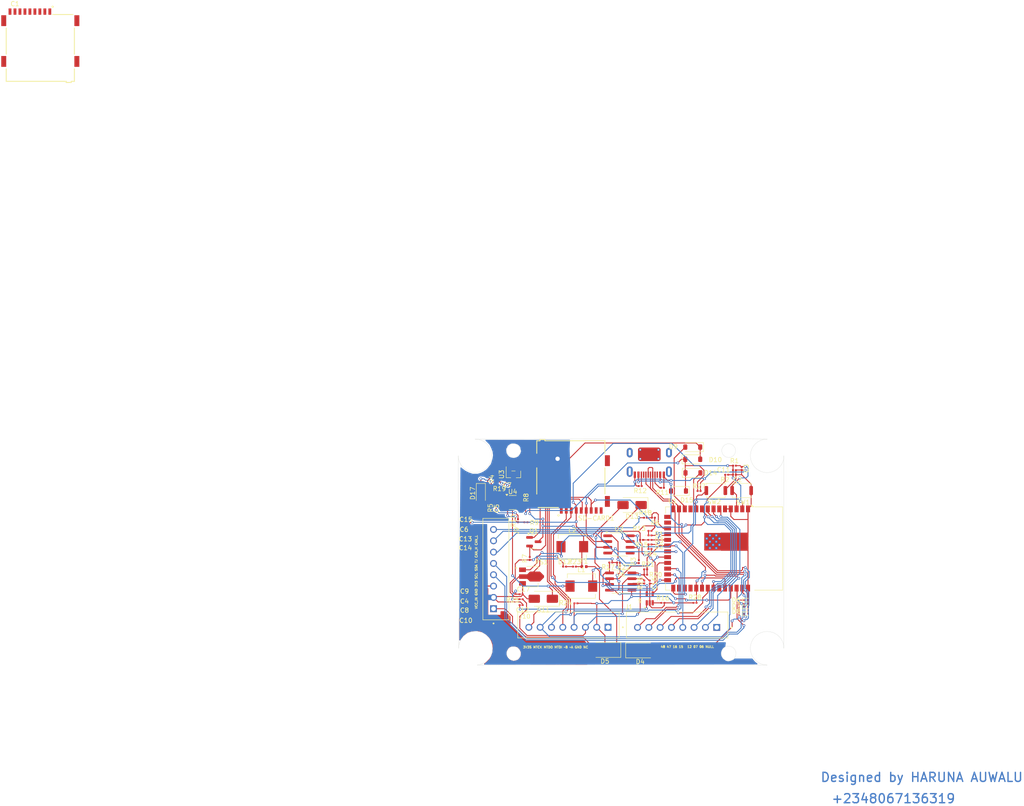
<source format=kicad_pcb>
(kicad_pcb (version 20241229) (generator "pcbnew") (generator_version "9.0")
  (layers (0 "F.Cu" signal) (2 "B.Cu" signal) (13 "F.Paste" user) (15 "B.Paste" user) (5 "F.SilkS" user "F.Silkscreen") (7 "B.SilkS" user "B.Silkscreen") (1 "F.Mask" user) (3 "B.Mask" user) (25 "Edge.Cuts" user))
  (net 0 "")
  (net 1 "Net-(D4-K)")
  (net 2 "USB5V")
  (net 3 "VCC_IN")
  (net 4 "GND")
  (net 5 "USB_D+")
  (net 6 "USB_D-")
  (net 7 "SENSE_V_DIG")
  (net 8 "Net-(D10-A)")
  (net 9 "Net-(D10-K)")
  (net 10 "Net-(D11-K)")
  (net 11 "Net-(D13-A)")
  (net 12 "5VOLTS")
  (net 13 "FORCE_ON")
  (net 14 "VCC")
  (net 25 "Net-(J8-CC1)")
  (net 27 "/B5")
  (net 28 "Net-(Q1-B)")
  (net 29 "PROG")
  (net 31 "RXD")
  (net 33 "MTDI")
  (net 34 "YELLOW_LED")
  (net 35 "GPIO6")
  (net 36 "MTCK")
  (net 38 "CAN_RX")
  (net 39 "+3V3")
  (net 40 "MTDO")
  (net 41 "SD_CARD")
  (net 42 "CAN_TX")
  (net 43 "GPIO16")
  (net 45 "MTMS")
  (net 46 "GPIO7")
  (net 47 "SENSE_V_ANA")
  (net 48 "CAN_RS")
  (net 49 "SCL")
  (net 50 "TXD")
  (net 51 "BLUE_LED")
  (net 52 "JTAG_ENABLE")
  (net 53 "GPIO12")
  (net 54 "GPIO48")
  (net 55 "Net-(U1-EN)")
  (net 57 "SDA")
  (net 58 "HI_DRIVER")
  (net 59 "GPIO47")
  (net 60 "GPIO15")
  (net 61 "CAN_L")
  (net 63 "CAN_H")
  (net 64 "Net-(U3-VIN)")
  (net 65 "Net-(U4-CB)")
  (net 66 "Net-(U4-FB)")
  (net 67 "Net-(U5-SET)")
  (net 68 "3V3_SWITCHED")
  (net 69 "Net-(D1-K)")
  (net 70 "Net-(D2-K)")
  (net 71 "Net-(D3-K)")
  (net 72 "Net-(D12-A)")
  (net 73 "TERMINATION_JUMPER")
  (net 75 "Net-(U6-A)")
  (net 76 "Net-(U6-B)")
  (net 77 "SHIELD")
  (net 78 "SHIELD_1")
  (net 82 "SHIELD_2")
  (net 83 "SHIELD_3")
  (footprint "Capacitor_SMD:C_0201_0603Metric" (layer "F.Cu") (at 163.8 102.255 -90)
    (property "Reference" "C3")
    (property "Value" "1uF")
  )
  (footprint "Capacitor_SMD:C_0201_0603Metric" (layer "F.Cu") (at 115.1 130 180)
    (property "Reference" "C17")
    (property "Value" "12uF")
  )
  (footprint "Package_TO_SOT_SMD:SOT-23-6" (layer "F.Cu") (at 113.2375 109.75)
    (property "Reference" "U4")
    (property "Value" "LMR14206")
  )
  (footprint "Resistor_SMD:R_0201_0603Metric" (layer "F.Cu") (at 117 122.1 -90)
    (property "Reference" "R7")
    (property "Value" "10K")
  )
  (footprint "Capacitor_SMD:C_0201_0603Metric" (layer "F.Cu") (at 102.4 120.8)
    (property "Reference" "C14")
    (property "Value" "10uF")
  )
  (footprint "Capacitor_SMD:C_0201_0603Metric" (layer "F.Cu") (at 143.5 127.32 90)
    (property "Reference" "C16")
    (property "Value" "12uF")
  )
  (footprint "Resistor_SMD:R_0201_0603Metric" (layer "F.Cu") (at 134.9 123 180)
    (property "Reference" "R17")
    (property "Value" "10K")
  )
  (footprint "Diode_SMD:D_SOD-123" (layer "F.Cu") (at 153.05 103.2)
    (property "Reference" "D14")
    (property "Value" "1N4148W")
  )
  (footprint "Resistor_SMD:R_0201_0603Metric" (layer "F.Cu") (at 114.4 113.755 90)
    (property "Reference" "R10")
    (property "Value" "10K")
  )
  (footprint "SD-CARD-MEM2075-00-140-01-A:SD-CARD-MEM2075-00-140-01-A" (layer "F.Cu") (at 126.55 100.08 180)
    (property "Reference" "SD-CARD1")
    (property "Value" "MEM2075-00-140-01-A")
  )
  (footprint "Fuse:Fuse_0402_1005Metric" (layer "F.Cu") (at 129 123.9)
    (property "Reference" "F1")
    (property "Value" "Fuse_Small")
  )
  (footprint "Diode_SMD:D_SOD-123" (layer "F.Cu") (at 153 100.2)
    (property "Reference" "D10")
    (property "Value" "1N4148W")
  )
  (footprint "JST XH:CONN 8 JST_B8B-XH-A" (layer "F.Cu") (at 149.55 136.8)
    (property "Reference" "J1")
    (property "Value" "B8B-XH-A")
  )
  (footprint "Capacitor_SMD:C_0201_0603Metric" (layer "F.Cu") (at 102.4 118.8)
    (property "Reference" "C13")
    (property "Value" "100nF")
  )
  (footprint "LED_SMD:LED_0201_0603Metric" (layer "F.Cu") (at 143.555 117)
    (property "Reference" "D1")
    (property "Value" "GREEN")
  )
  (footprint "Diode_SMD:D_SMA" (layer "F.Cu") (at 133.6 142.3 180)
    (property "Reference" "D5")
    (property "Value" "SS34")
  )
  (footprint "Resistor_SMD:R_0201_0603Metric" (layer "F.Cu") (at 160.5 103.6)
    (property "Reference" "R2")
    (property "Value" "22K")
  )
  (footprint "RF_Module:ESP32-S3-WROOM-1" (layer "F.Cu") (at 159.95 119.9 -90)
    (property "Reference" "U1")
    (property "Value" "ESP32-S3-WROOM-1")
  )
  (footprint "LED_SMD:LED_0201_0603Metric" (layer "F.Cu") (at 124.7 123.9)
    (property "Reference" "D12")
    (property "Value" "LED")
  )
  (footprint "Resistor_SMD:R_0201_0603Metric" (layer "F.Cu") (at 141.7 118 180)
    (property "Reference" "R15")
    (property "Value" "1K")
  )
  (footprint "Diode_SMD:D_SOD-923" (layer "F.Cu") (at 164.8 131.3)
    (property "Reference" "D6")
    (property "Value" "ESD9B5.0ST5G")
  )
  (footprint "Diode_SMD:D_SMA" (layer "F.Cu") (at 139.6 110.3 180)
    (property "Reference" "D13")
    (property "Value" "SS14")
  )
  (footprint "Resistor_SMD:R_0201_0603Metric" (layer "F.Cu") (at 108.5 106.245 -90)
    (property "Reference" "R4")
    (property "Value" "91K")
  )
  (footprint "JST XH:CONN 8 JST_B8B-XH-A" (layer "F.Cu") (at 109.525 124.45 -90)
    (property "Reference" "J9")
    (property "Value" "B8B-XH-A")
  )
  (footprint "SD-CARD-MEM2075-00-140-01-A:SD-CARD-MEM2075-00-140-01-A" (layer "F.Cu") (at 8.425 12.74)
    (property "Reference" "C1")
    (property "Value" "100uF")
  )
  (footprint "Inductor_SMD:L_Neosid_SM-PIC0512H" (layer "F.Cu") (at 128.4 128.2)
    (property "Reference" "L1")
    (property "Value" "10uH")
  )
  (footprint "Resistor_SMD:R_0201_0603Metric" (layer "F.Cu") (at 142.6 124.5)
    (property "Reference" "R21")
    (property "Value" "10K")
  )
  (footprint "Diode_SMD:D_SOD-923" (layer "F.Cu") (at 164.8 134.3)
    (property "Reference" "D8")
    (property "Value" "ESD9B5.0ST5G")
  )
  (footprint "Diode_SMD:D_SOD-123" (layer "F.Cu") (at 153 97.5 180)
    (property "Reference" "D9")
    (property "Value" "1N4148W")
  )
  (footprint "Diode_SMD:D_SMA" (layer "F.Cu") (at 141.7 142.4)
    (property "Reference" "D4")
    (property "Value" "SS34")
  )
  (footprint "Diode_SMD:D_SMF" (layer "F.Cu") (at 106.2 107.9 -90)
    (property "Reference" "D17")
    (property "Value" "SMF30A")
  )
  (footprint "Resistor_SMD:R_0201_0603Metric" (layer "F.Cu") (at 116.1 110.355 -90)
    (property "Reference" "R8")
    (property "Value" "ALWAYS ON JUMPER")
  )
  (footprint "Resistor_SMD:R_0201_0603Metric" (layer "F.Cu") (at 146.3 106.5 180)
    (property "Reference" "R11")
    (property "Value" "5.1K")
  )
  (footprint "Resistor_SMD:R_0201_0603Metric" (layer "F.Cu") (at 154.4 107.2)
    (property "Reference" "R27")
    (property "Value" "10K")
  )
  (footprint "Resistor_SMD:R_0201_0603Metric" (layer "F.Cu") (at 146.4 131.9)
    (property "Reference" "R16")
    (property "Value" "12K")
  )
  (footprint "Resistor_SMD:R_0201_0603Metric" (layer "F.Cu") (at 116.155 114.1 180)
    (property "Reference" "R9")
    (property "Value" "33K")
  )
  (footprint "Capacitor_SMD:C_0201_0603Metric" (layer "F.Cu") (at 115.1 132.4)
    (property "Reference" "C12")
    (property "Value" "100nF")
  )
  (footprint "Capacitor_SMD:C_0201_0603Metric" (layer "F.Cu") (at 102.4 116.8)
    (property "Reference" "C6")
    (property "Value" "1uF")
  )
  (footprint "Resistor_SMD:R_0201_0603Metric" (layer "F.Cu") (at 143.555 120)
    (property "Reference" "R14")
    (property "Value" "500")
  )
  (footprint "Capacitor_SMD:C_0201_0603Metric" (layer "F.Cu") (at 162.2 102.6)
    (property "Reference" "C11")
    (property "Value" "22uF")
  )
  (footprint "MCP9700AT-E_LT:SOT65P210X110-5N" (layer "F.Cu") (at 143.5 130.9 90)
    (property "Reference" "U5")
    (property "Value" "~")
  )
  (footprint "Resistor_SMD:R_0201_0603Metric" (layer "F.Cu") (at 108.845 107.7)
    (property "Reference" "R19")
    (property "Value" "ADJUST")
  )
  (footprint "Diode_SMD:D_SOD-123" (layer "F.Cu") (at 149.85 107.2 180)
    (property "Reference" "D15")
    (property "Value" "1N4148W")
  )
  (footprint "Inductor_SMD:L_Neosid_SM-PIC0512H" (layer "F.Cu") (at 126.4 119.5)
    (property "Reference" "L2")
    (property "Value" "22uH")
  )
  (footprint "Button_Switch_SMD:SW_Push_SPST_NO_Alps_SKRK" (layer "F.Cu") (at 158.1 107.1)
    (property "Reference" "SW2")
    (property "Value" "PROG")
  )
  (footprint "Resistor_SMD:R_0201_0603Metric" (layer "F.Cu") (at 142.3 127.3 -90)
    (property "Reference" "R26")
    (property "Value" "20K")
  )
  (footprint "Capacitor_SMD:C_0201_0603Metric" (layer "F.Cu") (at 112.4 106.8)
    (property "Reference" "C7")
    (property "Value" "100nF")
  )
  (footprint "Resistor_SMD:R_0201_0603Metric" (layer "F.Cu") (at 142.6 125.7)
    (property "Reference" "R20")
    (property "Value" "10K")
  )
  (footprint "LED_SMD:LED_0201_0603Metric" (layer "F.Cu") (at 143.555 118)
    (property "Reference" "D3")
    (property "Value" "YELLOW")
  )
  (footprint "JST XH:CONN 8 JST_B8B-XH-A" (layer "F.Cu") (at 125.55 136.775)
    (property "Reference" "J10")
    (property "Value" "B8B-XH-A")
  )
  (footprint "Resistor_SMD:R_0201_0603Metric" (layer "F.Cu") (at 126.88 123.9)
    (property "Reference" "R23")
    (property "Value" "10K")
  )
  (footprint "Resistor_SMD:R_0201_0603Metric" (layer "F.Cu") (at 143.555 116)
    (property "Reference" "R13")
    (property "Value" "22K")
  )
  (footprint "Resistor_SMD:R_0201_0603Metric" (layer "F.Cu") (at 142.555 113.1)
    (property "Reference" "R18")
    (property "Value" "120K")
  )
  (footprint "Resistor_SMD:R_0201_0603Metric" (layer "F.Cu") (at 144.3 113.1)
    (property "Reference" "R6")
    (property "Value" "33K")
  )
  (footprint "Resistor_SMD:R_0201_0603Metric" (layer "F.Cu") (at 153.5 131.9 180)
    (property "Reference" "R28")
    (property "Value" "10K")
  )
  (footprint "Package_TO_SOT_SMD:SOT-23" (layer "F.Cu") (at 117.9 118.4)
    (property "Reference" "Q1")
    (property "Value" "SS8050")
  )
  (footprint "Diode_SMD:D_SMA" (layer "F.Cu") (at 120 131 180)
    (property "Reference" "D11")
    (property "Value" "SS34")
  )
  (footprint "Package_SO:SOIC-8_3.9x4.9mm_P1.27mm" (layer "F.Cu") (at 136.7 118.995)
    (property "Reference" "U2")
    (property "Value" "SN65HVD230")
  )
  (footprint "Capacitor_SMD:C_0201_0603Metric" (layer "F.Cu") (at 102.6 132.5 180)
    (property "Reference" "C8")
    (property "Value" "22uF")
  )
  (footprint "ME2108A33P:ME2108A33P" (layer "F.Cu") (at 117.4 126.1)
    (property "Reference" "PS1")
    (property "Value" "ME2108A33P")
  )
  (footprint "Resistor_SMD:R_0201_0603Metric" (layer "F.Cu") (at 141.4 106.1 180)
    (property "Reference" "R12")
    (property "Value" "5.1K")
  )
  (footprint "Capacitor_SMD:C_0201_0603Metric" (layer "F.Cu") (at 162.2 103.6)
    (property "Reference" "C2")
    (property "Value" "100uF")
  )
  (footprint "Capacitor_SMD:C_0201_0603Metric" (layer "F.Cu") (at 102.6 134.6 180)
    (property "Reference" "C10")
    (property "Value" "22uF")
  )
  (footprint "Resistor_SMD:R_0201_0603Metric" (layer "F.Cu") (at 136.6 123)
    (property "Reference" "R22")
    (property "Value" "10K")
  )
  (footprint "Resistor_SMD:R_0201_0603Metric" (layer "F.Cu") (at 108.5 109.1 -90)
    (property "Reference" "R5")
    (property "Value" "33K")
  )
  (footprint "Resistor_SMD:R_0201_0603Metric" (layer "F.Cu") (at 115.1 131.1 180)
    (property "Reference" "R25")
    (property "Value" "20K")
  )
  (footprint "Capacitor_SMD:C_0201_0603Metric" (layer "F.Cu") (at 109.6 109.1 -90)
    (property "Reference" "C5")
    (property "Value" "1uF")
  )
  (footprint "Capacitor_SMD:C_0201_0603Metric" (layer "F.Cu") (at 102.4 114.5)
    (property "Reference" "C15")
    (property "Value" "1uF")
  )
  (footprint "PCM_JLCPCB:TYPE-C-SMD_HX-TYPE-C-16PIN" (layer "F.Cu") (at 143.41 101.1 180)
    (property "Reference" "J8" (hide yes))
    (property "Value" "Connector, USB-TYPE-C-16P")
  )
  (footprint "Resistor_SMD:R_0201_0603Metric" (layer "F.Cu") (at 127.2 132 180)
    (property "Reference" "R24")
    (property "Value" "20K")
  )
  (footprint "Capacitor_SMD:C_0201_0603Metric" (layer "F.Cu") (at 102.6 130.5 180)
    (property "Reference" "C4")
    (property "Value" "100nF")
  )
  (footprint "Capacitor_SMD:C_0201_0603Metric" (layer "F.Cu") (at 102.6 128.3 180)
    (property "Reference" "C9")
    (property "Value" "22uF")
  )
  (footprint "Button_Switch_SMD:SW_Push_SPST_NO_Alps_SKRK" (layer "F.Cu") (at 163.8 107.1)
    (property "Reference" "SW1")
    (property "Value" "RESET")
  )
  (footprint "Package_SO:SOIC-8_3.9x4.9mm_P1.27mm" (layer "F.Cu") (at 137.1 127.2)
    (property "Reference" "U6")
    (property "Value" "MAX485E")
  )
  (footprint "Resistor_SMD:R_0201_0603Metric" (layer "F.Cu") (at 162.22 101.6)
    (property "Reference" "R1")
    (property "Value" "10K")
  )
  (footprint "LED_SMD:LED_0201_0603Metric" (layer "F.Cu") (at 143.555 119)
    (property "Reference" "D2")
    (property "Value" "BLUE")
  )
  (footprint "Resistor_SMD:R_0201_0603Metric" (layer "F.Cu") (at 141.1 122.8 -90)
    (property "Reference" "R3")
    (property "Value" "120")
  )
  (footprint "Diode_SMD:D_SOD-923" (layer "F.Cu") (at 164.8 132.8)
    (property "Reference" "D7")
    (property "Value" "ESD9B5.0ST5G")
  )
  (footprint "ME2807A33M3G:ME2807A33M3G" (layer "F.Cu") (at 113.4 103.525 90)
    (property "Reference" "U3")
    (property "Value" "~" (hide yes))
  )
  (gr_poly (pts (xy 107.7 130.3) (xy 108.4 130.3) (xy 108.4 131.1) (xy 107.7 131.1)) (stroke (width 0.2)) (fill yes) (layer "F.Cu") (net 4))
  (gr_poly (pts (xy 103.75 128.75) (xy 103.75 135.35) (xy 101.55 135.35) (xy 101.55 137.25) (xy 101.55 140.1) (xy 102.25 139.15) (xy 103.25 138.4) (xy 104.15 138.1) (xy 105.25 138) (xy 106.6 138.3) (xy 107.45 138.85) (xy 108.15 139.55) (xy 108.55 140.25) (xy 108.85 141.125) (xy 108.95 142) (xy 108.85 142.95) (xy 108.55 143.75) (xy 108.15 144.35) (xy 107.45 145.05) (xy 107 145.4) (xy 129.65 145.45) (xy 129.65 142.85) (xy 115.15 142.75) (xy 115.15 143.15) (xy 115.15 143.45) (xy 115.05 143.75) (xy 114.95 143.95) (xy 114.75 144.25) (xy 114.45 144.55) (xy 113.95 144.75) (xy 113.45 144.85) (xy 113.05 144.75) (xy 112.55 144.55) (xy 112.1 144.15) (xy 111.85 143.7) (xy 111.7 143.15) (xy 111.8 142.6) (xy 112.1 142) (xy 112.4 141.7) (xy 112.95 141.4) (xy 113.6 141.4) (xy 114.3 141.6) (xy 114.55 141.85) (xy 114.85 142.15) (xy 114.95 142.35) (xy 115.05 142.55) (xy 115.15 142.75) (xy 129.65 142.85) (xy 129.75 141.25) (xy 128.95 140.15) (xy 116.25 140.15) (xy 114.65 138.75) (xy 112.65 136.85) (xy 112.65 134.95) (xy 111.55 133.85) (xy 110.65 133.85) (xy 110.65 134.65) (xy 107.75 134.65) (xy 107.75 128.75)) (stroke (width 0.2)) (fill yes) (layer "F.Cu") (net 4))
  (gr_rect (start 159.3 116.5) (end 165.2 120.3) (stroke (width 0.2)) (fill yes) (layer "F.Cu") (net 4))
  (gr_poly (pts (xy 106.1 114.6) (xy 105 114.6) (xy 104.76875 114.6) (xy 104.5375 114.65) (xy 104.4 114.675) (xy 104.075 114.7) (xy 103.8 114.6) (xy 103.6 114.3) (xy 103.6 113.8) (xy 103.7 113.7) (xy 103.8 113.6) (xy 103.9 113.5) (xy 104.1 113.4) (xy 104.3 113.4) (xy 104.4 113.4) (xy 104.6 113.5) (xy 104.8 113.6) (xy 106 113.7) (xy 112.2 113.7) (xy 112.2 113.175) (xy 111.7 113.1) (xy 111.4 112.8) (xy 111.4 112.4) (xy 110.1 112.4) (xy 108.8 111.7) (xy 108.8 110.9) (xy 109.2 110.7) (xy 109.5 110.7) (xy 109.9 110.7) (xy 110.1 110.9) (xy 110.6 111.6) (xy 113.2 111.5) (xy 113.8 111.3) (xy 114.2 111.3) (xy 114.5 111.5) (xy 114.7 111.9) (xy 115.4 111.9) (xy 116.25 111.125) (xy 116.5 111) (xy 119.6 111) (xy 126 110.9) (xy 126 109.7) (xy 126 105.4) (xy 112.6 105.6) (xy 112.8 105.9) (xy 112.8 106.3) (xy 112.5 106.6) (xy 112.3 106.6) (xy 112 106.6) (xy 111.3 106) (xy 110.8 106.1) (xy 110.4 106) (xy 110.05 105.7) (xy 110 105.4) (xy 110.1 105.2) (xy 110.3 105) (xy 110.5 104.9) (xy 110.8 104.8) (xy 111.18125 104.934375) (xy 111.7 105) (xy 112.2 105.4) (xy 112.6 105.6) (xy 118.4 105.45) (xy 126 105.4) (xy 125.7 97.9) (xy 115.1 98) (xy 115.2 98.4) (xy 115.1 98.7375) (xy 115 99) (xy 114.8 99.3) (xy 114.5125 99.65625) (xy 114 99.9) (xy 113.6 100) (xy 113.3 100) (xy 112.8 99.9) (xy 112.4 99.7) (xy 112.1 99.4) (xy 111.8 98.9) (xy 111.7 98.4) (xy 111.7 97.9) (xy 111.9 97.5) (xy 112.1 97.1) (xy 112.4 96.9) (xy 112.7 96.7) (xy 113.1 96.6) (xy 113.6 96.6) (xy 114 96.7) (xy 114.3 96.8) (xy 114.6 97) (xy 114.8 97.2) (xy 115 97.5) (xy 115.1 98) (xy 125.7 97.9) (xy 125.8 96) (xy 112.4 96) (xy 109.5 96) (xy 107.3 96) (xy 108.2 96.9) (xy 108.6 97.7) (xy 108.9 98.5) (xy 109 99.3) (xy 108.9 100) (xy 108.7 100.7) (xy 108.5 101.3) (xy 107.8 102.2) (xy 107.4 102.6) (xy 106.8 103) (xy 106.2 103.3) (xy 105.5 103.5) (xy 105.5 104.3) (xy 105.9 103.9) (xy 106.3 103.9) (xy 107 103.95) (xy 107.5 104.3) (xy 108.6 104.3) (xy 109 104.8) (xy 109.2 105.2) (xy 109 105.7) (xy 108.5 105.85) (xy 108.1 105.7) (xy 107.8 105.3) (xy 107.2 105.3) (xy 106.7 105.1) (xy 106.1 105.1) (xy 105.6 104.9) (xy 105.5 104.5) (xy 105.550495 104.00495) (xy 105.5 103.5) (xy 104.4 103.5) (xy 103.5 103.2) (xy 102.7 102.8) (xy 101.8 102.1) (xy 101.6 122.6) (xy 101.55 135.35) (xy 101.55 137.25) (xy 101.55 140.1) (xy 102.25 139.15) (xy 103.2 138.4) (xy 104.2 138.1) (xy 105.569356 138.020968) (xy 106.326784 138.189285) (xy 107.45 138.85) (xy 108.15 139.55) (xy 108.65 140.25) (xy 108.95 141.125) (xy 108.95 142) (xy 108.85 142.95) (xy 108.55 143.75) (xy 108.25 144.35) (xy 107.65 144.95) (xy 107.05 145.45) (xy 167.2 145.4) (xy 166.7 145) (xy 166.1 144.3) (xy 162.3 144.3) (xy 162.1 144.5) (xy 161.7 144.7) (xy 161.4 144.8) (xy 161 144.9) (xy 160.7 144.9) (xy 160.3 144.8) (xy 160 144.6) (xy 159.6 144.3) (xy 159.4 144) (xy 159.3 143.8) (xy 159.2 143.6) (xy 159.15 143.05) (xy 159.2 142.6) (xy 115.15 142.75) (xy 115.15 143.15) (xy 115.15 143.45) (xy 115.05 143.75) (xy 114.95 143.95) (xy 114.75 144.25) (xy 114.45 144.55) (xy 113.95 144.75) (xy 113.45 144.85) (xy 113.05 144.75) (xy 112.55 144.55) (xy 112.15 144.15) (xy 111.85 143.7) (xy 111.75 143.15) (xy 111.8 142.6) (xy 112.1 142) (xy 112.5 141.6) (xy 113 141.45) (xy 113.55 141.4) (xy 114.25 141.55) (xy 114.55 141.8) (xy 114.85 142.15) (xy 114.95 142.35) (xy 115.05 142.55) (xy 115.15 142.75) (xy 159.1 142.9) (xy 159.3 142.4) (xy 159.5 142) (xy 159.8 141.7) (xy 160.1 141.5) (xy 160.2 140.7) (xy 128.994963 140.787863) (xy 116.144963 140.787863) (xy 115.444963 140.137863) (xy 113.344963 138.087863) (xy 111.4 136.2) (xy 109.744963 134.637863) (xy 107.7 134.65) (xy 107.5 114.6)) (stroke (width 0.2)) (fill yes) (layer "B.Cu") (net 4))
  (gr_poly (pts (xy 107.7 130.2) (xy 108.4 130.2) (xy 108.4 131.2) (xy 107.7 131.2)) (stroke (width 0.2)) (fill yes) (layer "B.Cu") (net 4))
  (gr_arc (start 162 144.3) (mid 159.867382 141.864534) (end 162 144.3) (stroke (width 0.05)) (layer "Edge.Cuts"))
  (gr_line (start 163.317675 95.675637) (end 169.433691 95.732311) (stroke (width 0.05)) (layer "Edge.Cuts"))
  (gr_arc (start 104.933691 95.732267) (mid 107.549986 102.048562) (end 101.233691 99.432267) (stroke (width 0.05)) (layer "Edge.Cuts"))
  (gr_line (start 110.923406 145.7) (end 105.400003 145.634544) (stroke (width 0.05)) (layer "Edge.Cuts"))
  (gr_arc (start 114.5 97.2) (mid 112.367382 99.364534) (end 114.5 97.2) (stroke (width 0.05)) (layer "Edge.Cuts"))
  (gr_arc (start 101.299407 141.932267) (mid 107.514959 139.169957) (end 105.4 145.634506) (stroke (width 0.05)) (layer "Edge.Cuts"))
  (gr_line (start 111.156779 95.711223) (end 163.317675 95.675637) (stroke (width 0.05)) (layer "Edge.Cuts"))
  (gr_arc (start 162 97.2) (mid 159.867382 99.364534) (end 162 97.2) (stroke (width 0.05)) (layer "Edge.Cuts"))
  (gr_line (start 104.933691 95.732267) (end 111.156779 95.711223) (stroke (width 0.05)) (layer "Edge.Cuts"))
  (gr_line (start 169.433691 145.632267) (end 163.246667 145.689079) (stroke (width 0.05)) (layer "Edge.Cuts"))
  (gr_line (start 163.246667 145.689079) (end 110.923406 145.7) (stroke (width 0.05)) (layer "Edge.Cuts"))
  (gr_line (start 101.299406 141.932267) (end 101.233691 99.432267) (stroke (width 0.05)) (layer "Edge.Cuts"))
  (gr_arc (start 169.433691 145.632267) (mid 166.817396 139.315972) (end 173.133691 141.932267) (stroke (width 0.05)) (layer "Edge.Cuts"))
  (gr_arc (start 114.5 142) (mid 112.367382 144.164534) (end 114.5 142) (stroke (width 0.05)) (layer "Edge.Cuts"))
  (gr_line (start 173.133691 99.4323) (end 173.133691 141.932267) (stroke (width 0.05)) (layer "Edge.Cuts"))
  (gr_arc (start 173.133691 99.4323) (mid 166.817385 102.048551) (end 169.43369 95.732267) (stroke (width 0.05)) (layer "Edge.Cuts"))
  (gr_text "Designed by HARUNA AUWALU\n" (at 181.1 171.6 0) (layer "B.Cu") (effects (font (size 2 2) (thickness 0.3) (bold yes)) (justify left bottom)))
  (gr_text "+2348067136319" (at 183.5 176.3 0) (layer "B.Cu") (effects (font (size 2 2) (thickness 0.3) (bold yes)) (justify left bottom)))
  (gr_text "VCC_IN GND 3V3 SCL SDA TJ CAN_H CAN_L" (at 105.2 125.1 90) (layer "F.SilkS") (effects (font (size 0.5 0.5) (thickness 0.125))))
  (gr_text "48 47 16 15	12 07 06 NULL" (at 151.8 141.6 0) (layer "F.SilkS") (effects (font (size 0.5 0.5) (thickness 0.125))))
  (gr_text "3V3S MTCK MTDO MTDI ~B ~A GND NC" (at 122.7 141.7 0) (layer "F.SilkS") (effects (font (size 0.5 0.5) (thickness 0.125))))
  (segment (start 139.6 142.3) (end 139.7 142.4) (width 0.2) (layer "F.Cu") (net 1))
  (segment (start 136.2 134.9) (end 132.4 131.1) (width 0.2) (layer "F.Cu") (net 1))
  (segment (start 135.6 142.3) (end 139.6 142.3) (width 0.2) (layer "F.Cu") (net 1))
  (segment (start 132.4 131.1) (end 132.4 124.9) (width 0.2) (layer "F.Cu") (net 1))
  (segment (start 135.6 142.3) (end 136.2 141.7) (width 0.2) (layer "F.Cu") (net 1))
  (segment (start 131.4 123.9) (end 129.485 123.9) (width 0.2) (layer "F.Cu") (net 1))
  (segment (start 136.2 141.7) (end 136.2 134.9) (width 0.2) (layer "F.Cu") (net 1))
  (segment (start 132.4 124.9) (end 131.4 123.9) (width 0.2) (layer "F.Cu") (net 1))
  (segment (start 163.753054 124.797) (end 164 124.550054) (width 0.2) (layer "F.Cu") (net 2))
  (segment (start 150.6 116.8658) (end 158.5312 124.797) (width 0.2) (layer "F.Cu") (net 2))
  (segment (start 161.7 135.9) (end 161.7 137.2) (width 0.2) (layer "F.Cu") (net 2))
  (segment (start 163.6 135.2) (end 163.6 135.6) (width 0.2) (layer "F.Cu") (net 2))
  (segment (start 156.5 142.4) (end 143.7 142.4) (width 0.2) (layer "F.Cu") (net 2))
  (segment (start 145.81 103.6) (end 145.81 105.19) (width 0.2) (layer "F.Cu") (net 2))
  (segment (start 163.201 134.801) (end 163.201 131.499) (width 0.2) (layer "F.Cu") (net 2))
  (segment (start 164 124.1) (end 164.602405 124.1) (width 0.2) (layer "F.Cu") (net 2))
  (segment (start 164.602405 124.1) (end 164.61 124.107595) (width 0.2) (layer "F.Cu") (net 2))
  (segment (start 150.57 114.6) (end 150.6 114.63) (width 0.2) (layer "F.Cu") (net 2))
  (segment (start 158.5312 124.797) (end 163.753054 124.797) (width 0.2) (layer "F.Cu") (net 2))
  (segment (start 163.201 131.499) (end 163.4 131.3) (width 0.2) (layer "F.Cu") (net 2))
  (segment (start 163.4 131.3) (end 164.38 131.3) (width 0.2) (layer "F.Cu") (net 2))
  (segment (start 141 105.2) (end 141 103.61) (width 0.2) (layer "F.Cu") (net 2))
  (segment (start 163.859604 135.859604) (end 164.288925 135.859604) (width 0.2) (layer "F.Cu") (net 2))
  (segment (start 150.6 114.63) (end 150.6 116.8658) (width 0.2) (layer "F.Cu") (net 2))
  (segment (start 164 124.550054) (end 164 124.1) (width 0.2) (layer "F.Cu") (net 2))
  (segment (start 141 103.61) (end 141.01 103.6) (width 0.2) (layer "F.Cu") (net 2))
  (segment (start 163.4 135) (end 163.201 134.801) (width 0.2) (layer "F.Cu") (net 2))
  (segment (start 148.2 105.7) (end 148.2 107.2) (width 0.2) (layer "F.Cu") (net 2))
  (segment (start 145.81 105.19) (end 145.8 105.2) (width 0.2) (layer "F.Cu") (net 2))
  (segment (start 163.6 135.6) (end 163.859604 135.859604) (width 0.2) (layer "F.Cu") (net 2))
  (segment (start 161.7 137.2) (end 156.5 142.4) (width 0.2) (layer "F.Cu") (net 2))
  (segment (start 163.4 135) (end 163.6 135.2) (width 0.2) (layer "F.Cu") (net 2))
  (via (at 148.2 105.7) (size 0.6) (drill 0.3) (layers "F.Cu" "B.Cu") (net 2))
  (via (at 161.7 135.9) (size 0.6) (drill 0.3) (layers "F.Cu" "B.Cu") (net 2))
  (via (at 163.4 135) (size 0.6) (drill 0.3) (layers "F.Cu" "B.Cu") (net 2))
  (via (at 150.57 114.6) (size 0.6) (drill 0.3) (layers "F.Cu" "B.Cu") (net 2))
  (via (at 164.288925 135.859604) (size 0.6) (drill 0.3) (layers "F.Cu" "B.Cu") (net 2))
  (via (at 164.61 124.107595) (size 0.6) (drill 0.3) (layers "F.Cu" "B.Cu") (net 2))
  (via (at 145.8 105.2) (size 0.6) (drill 0.3) (layers "F.Cu" "B.Cu") (net 2))
  (via (at 141 105.2) (size 0.6) (drill 0.3) (layers "F.Cu" "B.Cu") (net 2))
  (segment (start 164.980694 129.119307) (end 164.605 128.743613) (width 0.2) (layer "B.Cu") (net 2))
  (segment (start 164.605 127.2) (end 165.502 126.303) (width 0.2) (layer "B.Cu") (net 2))
  (segment (start 145.6 105) (end 141.2 105) (width 0.2) (layer "B.Cu") (net 2))
  (segment (start 164.547529 135.601) (end 164.948943 135.601) (width 0.2) (layer "B.Cu") (net 2))
  (segment (start 165.502 126.303) (end 165.502 124.999595) (width 0.2) (layer "B.Cu") (net 2))
  (segment (start 165.402 132.483143) (end 165.402 129.522999) (width 0.2) (layer "B.Cu") (net 2))
  (segment (start 150.57 114.6) (end 149.7 114.6) (width 0.2) (layer "B.Cu") (net 2))
  (segment (start 165.301 135.248943) (end 165.301 132.584143) (width 0.2) (layer "B.Cu") (net 2))
  (segment (start 162.1 135.5) (end 162.9 135.5) (width 0.2) (layer "B.Cu") (net 2))
  (segment (start 141.2 105) (end 141 105.2) (width 0.2) (layer "B.Cu") (net 2))
  (segment (start 165.402 129.522999) (end 164.998308 129.119307) (width 0.2) (layer "B.Cu") (net 2))
  (segment (start 164.605 128.743613) (end 164.605 127.2) (width 0.2) (layer "B.Cu") (net 2))
  (segment (start 149.7 114.6) (end 148.2 113.1) (width 0.2) (layer "B.Cu") (net 2))
  (segment (start 165.502 124.999595) (end 164.61 124.107595) (width 0.2) (layer "B.Cu") (net 2))
  (segment (start 162.9 135.5) (end 163.4 135) (width 0.2) (layer "B.Cu") (net 2))
  (segment (start 147.7 105.2) (end 148.2 105.7) (width 0.2) (layer "B.Cu") (net 2))
  (segment (start 164.998308 129.119307) (end 164.980694 129.119307) (width 0.2) (layer "B.Cu") (net 2))
  (segment (start 145.8 105.2) (end 145.6 105) (width 0.2) (layer "B.Cu") (net 2))
  (segment (start 164.948943 135.601) (end 165.301 135.248943) (width 0.2) (layer "B.Cu") (net 2))
  (segment (start 145.8 105.2) (end 147.7 105.2) (width 0.2) (layer "B.Cu") (net 2))
  (segment (start 148.2 113.1) (end 148.2 105.7) (width 0.2) (layer "B.Cu") (net 2))
  (segment (start 165.301 132.584143) (end 165.402 132.483143) (width 0.2) (layer "B.Cu") (net 2))
  (segment (start 161.7 135.9) (end 162.1 135.5) (width 0.2) (layer "B.Cu") (net 2))
  (segment (start 164.288925 135.859604) (end 164.547529 135.601) (width 0.2) (layer "B.Cu") (net 2))
  (segment (start 113.2 136.5) (end 113.2 134.9) (width 0.2) (layer "F.Cu") (net 3))
  (segment (start 116.0329 139.3) (end 116 139.3) (width 0.2) (layer "F.Cu") (net 3))
  (segment (start 116.2339 139.501) (end 116.0329 139.3) (width 0.2) (layer "F.Cu") (net 3))
  (segment (start 131.6 142.3) (end 128.801 139.501) (width 0.2) (layer "F.Cu") (net 3))
  (segment (start 128.801 139.501) (end 116.2339 139.501) (width 0.2) (layer "F.Cu") (net 3))
  (segment (start 111.5 133.2) (end 109 133.2) (width 0.2) (layer "F.Cu") (net 3))
  (segment (start 113.2 134.9) (end 111.5 133.2) (width 0.2) (layer "F.Cu") (net 3))
  (segment (start 116 139.3) (end 113.2 136.5) (width 0.2) (layer "F.Cu") (net 3))
  (segment (start 162.52 104.565936) (end 160.2 106.885936) (width 0.2) (layer "F.Cu") (net 4))
  (segment (start 165.21 128.65) (end 165.21 119.51) (width 0.2) (layer "F.Cu") (net 4))
  (segment (start 139.5 130.5) (end 139.5 129.18) (width 0.2) (layer "F.Cu") (net 4))
  (segment (start 141.38 116.48) (end 141 116.1) (width 0.2) (layer "F.Cu") (net 4))
  (segment (start 117.02 122.4) (end 117 122.42) (width 0.2) (layer "F.Cu") (net 4))
  (segment (start 112.7 127.4679) (end 112.7 129.601) (width 0.2) (layer "F.Cu") (net 4))
  (segment (start 133.6 144.9) (end 133.6 145) (width 0.2) (layer "F.Cu") (net 4))
  (segment (start 133.405693 145.094307) (end 124.699832 145.096124) (width 0.2) (layer "F.Cu") (net 4))
  (segment (start 144.6 113.12) (end 144.62 113.1) (width 0.2) (layer "F.Cu") (net 4))
  (segment (start 109.099 109.07887) (end 109.44013 109.42) (width 0.2) (layer "F.Cu") (net 4))
  (segment (start 116.42 131) (end 115.42 130) (width 0.2) (layer "F.Cu") (net 4))
  (segment (start 140.625029 106.1) (end 140.399 105.873971) (width 0.2) (layer "F.Cu") (net 4))
  (segment (start 165.21 111.15) (end 165.9 110.46) (width 0.2) (layer "F.Cu") (net 4))
  (segment (start 112.949057 131.7) (end 110 131.7) (width 0.2) (layer "F.Cu") (net 4))
  (segment (start 143.875 120) (end 143.875 120.4579) (width 0.2) (layer "F.Cu") (net 4))
  (segment (start 130.6 132) (end 127.52 132) (width 0.2) (layer "F.Cu") (net 4))
  (segment (start 164.1 118.4) (end 165.21 117.29) (width 0.2) (layer "F.Cu") (net 4))
  (segment (start 109.95 102.65) (end 112.4 102.65) (width 0.2) (layer "F.Cu") (net 4))
  (segment (start 165.9 105.7) (end 165.9 107.1) (width 0.2) (layer "F.Cu") (net 4))
  (segment (start 144.62 115.255) (end 144.62 114.9) (width 0.2) (layer "F.Cu") (net 4))
  (segment (start 140.399 105.873971) (end 140.399 105.399) (width 0.2) (layer "F.Cu") (net 4))
  (segment (start 102.72 110.78) (end 102.72 114.5) (width 0.2) (layer "F.Cu") (net 4))
  (segment (start 143.875 116) (end 144.62 115.255) (width 0.2) (layer "F.Cu") (net 4))
  (segment (start 141.8 118.9) (end 141.38 118.48) (width 0.2) (layer "F.Cu") (net 4))
  (segment (start 115.42 132.200001) (end 114.919999 131.7) (width 0.2) (layer "F.Cu") (net 4))
  (segment (start 115.4 127.6) (end 115.4 129.98) (width 0.2) (layer "F.Cu") (net 4))
  (segment (start 146.62 106.5) (end 146.62 103.61) (width 0.2) (layer "F.Cu") (net 4))
  (segment (start 146.72 132.48) (end 146.72 131.9) (width 0.2) (layer "F.Cu") (net 4))
  (segment (start 165.21 113.5) (end 162.1 113.5) (width 0.2) (layer "F.Cu") (net 4))
  (segment (start 131.8 132.05) (end 131.8 137.3) (width 0.2) (layer "F.Cu") (net 4))
  (segment (start 132.8 116.5) (end 132.8 118) (width 0.2) (layer "F.Cu") (net 4))
  (segment (start 111.15 109.75) (end 112.1 109.75) (width 0.2) (layer "F.Cu") (net 4))
  (segment (start 102.28 128.3) (end 102.28 134.6) (width 0.2) (layer "F.Cu") (net 4))
  (segment (start 155.610868 104.487772) (end 154.72 105.37864) (width 0.2) (layer "F.Cu") (net 4))
  (segment (start 131.8 137.3) (end 133.6 139.1) (width 0.2) (layer "F.Cu") (net 4))
  (segment (start 114.4 113.435) (end 114.4 112.6) (width 0.2) (layer "F.Cu") (net 4))
  (segment (start 124.38 123.9) (end 124.38 123.08) (width 0.2) (layer "F.Cu") (net 4))
  (segment (start 163.825 102.6) (end 163.8 102.575) (width 0.2) (layer "F.Cu") (net 4))
  (segment (start 115.07887 130.501) (end 115.42 130.15987) (width 0.2) (layer "F.Cu") (net 4))
  (segment (start 146.62 103.61) (end 146.61 103.6) (width 0.2) (layer "F.Cu") (net 4))
  (segment (start 148.8 131.9) (end 146.72 131.9) (width 0.2) (layer "F.Cu") (net 4))
  (segment (start 140.21 105.19) (end 140.21 103.6) (width 0.2) (layer "F.Cu") (net 4))
  (segment (start 107.7 109.35) (end 109.53 109.35) (width 0.2) (layer "F.Cu") (net 4))
  (segment (start 102.28 135.910626) (end 101.891696 136.29893) (width 0.2) (layer "F.Cu") (net 4))
  (segment (start 114.68 122.42) (end 113.801 123.299) (width 0.2) (layer "F.Cu") (net 4))
  (segment (start 144.14 127.64) (end 143.5 127.64) (width 0.2) (layer "F.Cu") (net 4))
  (segment (start 109 130.7) (end 109.199 130.501) (width 0.2) (layer "F.Cu") (net 4))
  (segment (start 161.4 112.8) (end 161.4 111.15) (width 0.2) (layer "F.Cu") (net 4))
  (segment (start 110.82 109.42) (end 111.15 109.75) (width 0.2) (layer "F.Cu") (net 4))
  (segment (start 106.2 109.35) (end 107.7 109.35) (width 0.2) (layer "F.Cu") (net 4))
  (segment (start 102.28 134.6) (end 102.28 135.910626) (width 0.2) (layer "F.Cu") (net 4))
  (segment (start 115.42 132.4) (end 115.42 132.200001) (width 0.2) (layer "F.Cu") (net 4))
  (segment (start 164.6 102.6) (end 163.825 102.6) (width 0.2) (layer "F.Cu") (net 4))
  (segment (start 165.22 128.66) (end 165.21 128.65) (width 0.2) (layer "F.Cu") (net 4))
  (segment (start 157.49 118.4) (end 164.1 118.4) (width 0.2) (layer "F.Cu") (net 4))
  (segment (start 143.5 132.5) (end 144 133) (width 0.2) (layer "F.Cu") (net 4))
  (segment (start 109.165 107.7) (end 109.099 107.766) (width 0.2) (layer "F.Cu") (net 4))
  (segment (start 153.18 131.9) (end 148.8 131.9) (width 0.2) (layer "F.Cu") (net 4))
  (segment (start 162.52 103.6) (end 163.8 103.6) (width 0.2) (layer "F.Cu") (net 4))
  (segment (start 165.22 134.3) (end 165.22 132.8) (width 0.2) (layer "F.Cu") (net 4))
  (segment (start 131.2271 118.36) (end 132.26 118.36) (width 0.2) (layer "F.Cu") (net 4))
  (segment (start 109.099 107.766) (end 109.099 109.07887) (width 0.2) (layer "F.Cu") (net 4))
  (segment (start 102.72 120.8) (end 102.72 114.5) (width 0.2) (layer "F.Cu") (net 4))
  (segment (start 143.875 120.4579) (end 143.0329 121.3) (width 0.2) (layer "F.Cu") (net 4))
  (segment (start 109.6 111.4) (end 109.6 109.42) (width 0.2) (layer "F.Cu") (net 4))
  (segment (start 115.42 130.15987) (end 115.42 130) (width 0.2) (layer "F.Cu") (net 4))
  (segment (start 129.5 111.47) (end 129.47 111.5) (width 0.2) (layer "F.Cu") (net 4))
  (segment (start 162.1 113.5) (end 161.4 112.8) (width 0.2) (layer "F.Cu") (net 4))
  (segment (start 129.47 116.6029) (end 131.2271 118.36) (width 0.2) (layer "F.Cu") (net 4))
  (segment (start 165.21 117.29) (end 165.21 111.15) (width 0.2) (layer "F.Cu") (net 4))
  (segment (start 112.7 129.601) (end 113.6 130.501) (width 0.2) (layer "F.Cu") (net 4))
  (segment (start 154.72 105.37864) (end 154.72 107.2) (width 0.2) (layer "F.Cu") (net 4))
  (segment (start 124.38 123.08) (end 122.9 121.6) (width 0.2) (layer "F.Cu") (net 4))
  (segment (start 130.65 132.05) (end 130.6 132) (width 0.2) (layer "F.Cu") (net 4))
  (segment (start 162.52 102.6) (end 162.52 103.6) (width 0.2) (layer "F.Cu") (net 4))
  (segment (start 133.6 144.9) (end 133.405693 145.094307) (width 0.2) (layer "F.Cu") (net 4))
  (segment (start 140.2 105.2) (end 140.21 105.19) (width 0.2) (layer "F.Cu") (net 4))
  (segment (start 144.3 127.8) (end 144.14 127.64) (width 0.2) (layer "F.Cu") (net 4))
  (segment (start 163.8 103.6) (end 165.9 105.7) (width 0.2) (layer "F.Cu") (net 4))
  (segment (start 112.951057 131.702) (end 112.949057 131.7) (width 0.2) (layer "F.Cu") (net 4))
  (segment (start 129.5 109.9) (end 129.5 111.47) (width 0.2) (layer "F.Cu") (net 4))
  (segment (start 144.62 114.9) (end 142.2 114.9) (width 0.2) (layer "F.Cu") (net 4))
  (segment (start 107.7 104.9) (end 109.95 102.65) (width 0.2) (layer "F.Cu") (net 4))
  (segment (start 141 116.1) (end 133.2 116.1) (width 0.2) (layer "F.Cu") (net 4))
  (segment (start 161.4 111.15) (end 160.13 111.15) (width 0.2) (layer "F.Cu") (net 4))
  (segment (start 144.6 115.275) (end 144.6 113.12) (width 0.2) (layer "F.Cu") (net 4))
  (segment (start 144.699 127.401) (end 144.3 127.8) (width 0.2) (layer "F.Cu") (net 4))
  (segment (start 144 133) (end 146.2 133) (width 0.2) (layer "F.Cu") (net 4))
  (segment (start 102.72 124.78) (end 102.72 120.8) (width 0.2) (layer "F.Cu") (net 4))
  (segment (start 133.16 118.36) (end 134.225 118.36) (width 0.2) (layer "F.Cu") (net 4))
  (segment (start 104.15 109.35) (end 102.72 110.78) (width 0.2) (layer "F.Cu") (net 4))
  (segment (start 109.199 130.501) (end 115.07887 130.501) (width 0.2) (layer "F.Cu") (net 4))
  (segment (start 146.2 133) (end 146.72 132.48) (width 0.2) (layer "F.Cu") (net 4))
  (segment (start 143.5 131.885) (end 143.5 132.5) (width 0.2) (layer "F.Cu") (net 4))
  (segment (start 162.545 102.575) (end 162.52 102.6) (width 0.2) (layer "F.Cu") (net 4))
  (segment (start 147.435734 104.875734) (end 148.224263 104.875734) (width 0.2) (layer "F.Cu") (net 4))
  (segment (start 118 131) (end 116.42 131) (width 0.2) (layer "F.Cu") (net 4))
  (segment (start 140.399 105.399) (end 140.2 105.2) (width 0.2) (layer "F.Cu") (net 4))
  (segment (start 143.875 116) (end 144.6 115.275) (width 0.2) (layer "F.Cu") (net 4))
  (segment (start 129.47 111.5) (end 129.47 116.6029) (width 0.2) (layer "F.Cu") (net 4))
  (segment (start 113.801 123.299) (end 113.801 126.3669) (width 0.2) (layer "F.Cu") (net 4))
  (segment (start 109.44013 109.42) (end 109.6 109.42) (width 0.2) (layer "F.Cu") (net 4))
  (segment (start 107.7 109.35) (end 107.7 104.9) (width 0.2) (layer "F.Cu") (net 4))
  (segment (start 109.53 109.35) (end 109.6 109.42) (width 0.2) (layer "F.Cu") (net 4))
  (segment (start 165.21 111.15) (end 165.21 113.5) (width 0.2) (layer "F.Cu") (net 4))
  (segment (start 143.5 127.64) (end 143.5 131.885) (width 0.2) (layer "F.Cu") (net 4))
  (segment (start 106.2 109.35) (end 104.15 109.35) (width 0.2) (layer "F.Cu") (net 4))
  (segment (start 113.450943 131.7) (end 113.448943 131.702) (width 0.2) (layer "F.Cu") (net 4))
  (segment (start 109.6 109.42) (end 110.82 109.42) (width 0.2) (layer "F.Cu") (net 4))
  (segment (start 143.724265 122.024265) (end 144.699 122.999) (width 0.2) (layer "F.Cu") (net 4))
  (segment (start 146.61 103.6) (end 146.61 104.05) (width 0.2) (layer "F.Cu") (net 4))
  (segment (start 113.801 126.3669) (end 112.7 127.4679) (width 0.2) (layer "F.Cu") (net 4))
  (segment (start 110 131.7) (end 109 130.7) (width 0.2) (layer "F.Cu") (net 4))
  (segment (start 115.4 129.98) (end 115.42 130) (width 0.2) (layer "F.Cu") (net 4))
  (segment (start 141.08 106.1) (end 140.625029 106.1) (width 0.2) (layer "F.Cu") (net 4))
  (segment (start 141.8 120.9) (end 141.8 118.9) (width 0.2) (layer "F.Cu") (net 4))
  (segment (start 160.2 106.885936) (end 160.2 107.1) (width 0.2) (layer "F.Cu") (net 4))
  (segment (start 165.9 110.46) (end 165.9 107.1) (width 0.2) (layer "F.Cu") (net 4))
  (segment (start 165.21 119.51) (end 164.1 118.4) (width 0.2) (layer "F.Cu") (net 4))
  (segment (start 133.6 139.1) (end 133.6 144.9) (width 0.2) (layer "F.Cu") (net 4))
  (segment (start 132.26 118.36) (end 134.225 118.36) (width 0.2) (layer "F.Cu") (net 4))
  (segment (start 132.8 118) (end 133.16 118.36) (width 0.2) (layer "F.Cu") (net 4))
  (segment (start 117.8 122.4) (end 117.02 122.4) (width 0.2) (layer "F.Cu") (net 4))
  (segment (start 114.919999 131.7) (end 113.450943 131.7) (width 0.2) (layer "F.Cu") (net 4))
  (segment (start 143.0329 121.3) (end 142.4 121.3) (width 0.2) (layer "F.Cu") (net 4))
  (segment (start 165.22 131.3) (end 165.22 132.8) (width 0.2) (layer "F.Cu") (net 4))
  (segment (start 146.61 104.05) (end 147.435734 104.875734) (width 0.2) (layer "F.Cu") (net 4))
  (segment (start 165.22 131.3) (end 165.22 128.66) (width 0.2) (layer "F.Cu") (net 4))
  (segment (start 162.52 103.6) (end 162.52 104.565936) (width 0.2) (layer "F.Cu") (net 4))
  (segment (start 102.28 128.3) (end 102.28 125.22) (width 0.2) (layer "F.Cu") (net 4))
  (segment (start 133.2 116.1) (end 132.8 116.5) (width 0.2) (layer "F.Cu") (net 4))
  (segment (start 139.5 129.18) (end 139.575 129.105) (width 0.2) (layer "F.Cu") (net 4))
  (segment (start 142.2 114.9) (end 141 116.1) (width 0.2) (layer "F.Cu") (net 4))
  (segment (start 131.8 132.05) (end 130.65 132.05) (width 0.2) (layer "F.Cu") (net 4))
  (segment (start 117 122.42) (end 114.68 122.42) (width 0.2) (layer "F.Cu") (net 4))
  (segment (start 102.28 125.22) (end 102.72 124.78) (width 0.2) (layer "F.Cu") (net 4))
  (segment (start 113.448943 131.702) (end 112.951057 131.702) (width 0.2) (layer "F.Cu") (net 4))
  (segment (start 109 130.7) (end 107.6 130.7) (width 0.2) (layer "F.Cu") (net 4))
  (segment (start 142.2 121.3) (end 141.8 120.9) (width 0.2) (layer "F.Cu") (net 4))
  (segment (start 142.4 121.3) (end 142.2 121.3) (width 0.2) (layer "F.Cu") (net 4))
  (segment (start 163.8 102.575) (end 162.545 102.575) (width 0.2) (layer "F.Cu") (net 4))
  (segment (start 114.4 112.6) (end 113.8 112) (width 0.2) (layer "F.Cu") (net 4))
  (segment (start 107.6 130.7) (end 104.7 133.6) (width 0.2) (layer "F.Cu") (net 4))
  (segment (start 144.699 122.999) (end 144.699 127.401) (width 0.2) (layer "F.Cu") (net 4))
  (segment (start 141.38 118) (end 141.38 116.48) (width 0.2) (layer "F.Cu") (net 4))
  (segment (start 141.38 118.48) (end 141.38 118) (width 0.2) (layer "F.Cu") (net 4))
  (segment (start 163.8 102.575) (end 163.8 103.6) (width 0.2) (layer "F.Cu") (net 4))
  (via (at 148.224263 104.875734) (size 0.6) (drill 0.3) (layers "F.Cu" "B.Cu") (net 4))
  (via (at 131.8 132.05) (size 0.6) (drill 0.3) (layers "F.Cu" "B.Cu") (net 4))
  (via (at 142.4 121.3) (size 0.6) (drill 0.3) (layers "F.Cu" "B.Cu") (net 4))
  (via (at 113.8 112) (size 0.6) (drill 0.3) (layers "F.Cu" "B.Cu") (net 4))
  (via (at 139.5 130.5) (size 0.6) (drill 0.3) (layers "F.Cu" "B.Cu") (net 4))
  (via (at 143.724265 122.024265) (size 0.6) (drill 0.3) (layers "F.Cu" "B.Cu") (net 4))
  (via (at 155.610868 104.487772) (size 0.6) (drill 0.3) (layers "F.Cu" "B.Cu") (net 4))
  (via (at 148.8 131.9) (size 0.6) (drill 0.3) (layers "F.Cu" "B.Cu") (net 4))
  (via (at 117.8 122.4) (size 0.6) (drill 0.3) (layers "F.Cu" "B.Cu") (net 4))
  (via (at 129.5 109.9) (size 0.6) (drill 0.3) (layers "F.Cu" "B.Cu") (net 4))
  (via (at 164.6 102.6) (size 0.6) (drill 0.3) (layers "F.Cu" "B.Cu") (net 4))
  (via (at 140.2 105.2) (size 0.6) (drill 0.3) (layers "F.Cu" "B.Cu") (net 4))
  (via (at 109.6 111.4) (size 0.6) (drill 0.3) (layers "F.Cu" "B.Cu") (net 4))
  (via (at 122.9 121.6) (size 0.6) (drill 0.3) (layers "F.Cu" "B.Cu") (net 4))
  (segment (start 148.148529 104.8) (end 148.224263 104.875734) (width 0.2) (layer "B.Cu") (net 4))
  (segment (start 155.523096 104.4) (end 152.9 104.4) (width 0.2) (layer "B.Cu") (net 4))
  (segment (start 139.5 130.5) (end 147.4 130.5) (width 0.2) (layer "B.Cu") (net 4))
  (segment (start 135 131.4) (end 138.6 131.4) (width 0.2) (layer "B.Cu") (net 4))
  (segment (start 140.2 105.9) (end 140 106.1) (width 0.2) (layer "B.Cu") (net 4))
  (segment (start 134.35 132.05) (end 135 131.4) (width 0.2) (layer "B.Cu") (net 4))
  (segment (start 146.048943 104.599) (end 146.248943 104.799) (width 0.2) (layer "B.Cu") (net 4))
  (segment (start 140.2 105.150057) (end 140.751057 104.599) (width 0.2) (layer "B.Cu") (net 4))
  (segment (start 142.4 121.3) (end 143 121.3) (width 0.2) (layer "B.Cu") (net 4))
  (segment (start 110.2 112) (end 109.6 111.4) (width 0.2) (layer "B.Cu") (net 4))
  (segment (start 140.2 105.2) (end 140.2 105.9) (width 0.2) (layer "B.Cu") (net 4))
  (segment (start 155.610868 104.487772) (end 157.09864 103) (width 0.2) (layer "B.Cu") (net 4))
  (segment (start 118.6 121.6) (end 117.8 122.4) (width 0.2) (layer "B.Cu") (net 4))
  (segment (start 147.8661 104.799) (end 147.8671 104.8) (width 0.2) (layer "B.Cu") (net 4))
  (segment (start 146.248943 104.799) (end 147.8661 104.799) (width 0.2) (layer "B.Cu") (net 4))
  (segment (start 140 106.1) (end 132.2 106.1) (width 0.2) (layer "B.Cu") (net 4))
  (segment (start 113.8 112) (end 110.2 112) (width 0.2) (layer "B.Cu") (net 4))
  (segment (start 164.2 103) (end 164.6 102.6) (width 0.2) (layer "B.Cu") (net 4))
  (segment (start 122.9 121.6) (end 118.6 121.6) (width 0.2) (layer "B.Cu") (net 4))
  (segment (start 157.09864 103) (end 164.2 103) (width 0.2) (layer "B.Cu") (net 4))
  (segment (start 152.9 104.4) (end 152.424266 104.875734) (width 0.2) (layer "B.Cu") (net 4))
  (segment (start 129.5 108.8) (end 129.5 109.9) (width 0.2) (layer "B.Cu") (net 4))
  (segment (start 132.2 106.1) (end 129.5 108.8) (width 0.2) (layer "B.Cu") (net 4))
  (segment (start 147.8671 104.8) (end 148.148529 104.8) (width 0.2) (layer "B.Cu") (net 4))
  (segment (start 140.2 105.2) (end 140.2 105.150057) (width 0.2) (layer "B.Cu") (net 4))
  (segment (start 138.6 131.4) (end 139.5 130.5) (width 0.2) (layer "B.Cu") (net 4))
  (segment (start 140.751057 104.599) (end 146.048943 104.599) (width 0.2) (layer "B.Cu") (net 4))
  (segment (start 152.424266 104.875734) (end 148.224263 104.875734) (width 0.2) (layer "B.Cu") (net 4))
  (segment (start 155.610868 104.487772) (end 155.523096 104.4) (width 0.2) (layer "B.Cu") (net 4))
  (segment (start 131.8 132.05) (end 134.35 132.05) (width 0.2) (layer "B.Cu") (net 4))
  (segment (start 147.4 130.5) (end 148.8 131.9) (width 0.2) (layer "B.Cu") (net 4))
  (segment (start 143 121.3) (end 143.724265 122.024265) (width 0.2) (layer "B.Cu") (net 4))
  (segment (start 148.11177 109.401) (end 146.4339 109.401) (width 0.2) (layer "F.Cu") (net 5))
  (segment (start 144.06645 107.03355) (end 143.66 106.6271) (width 0.2) (layer "F.Cu") (net 5))
  (segment (start 146.4339 109.401) (end 144.06645 107.03355) (width 0.2) (layer "F.Cu") (net 5))
  (segment (start 158.199 125.599) (end 164.399 125.599) (width 0.2) (layer "F.Cu") (net 5))
  (segment (start 149.1 111.55) (end 149.1 116.5) (width 0.2) (layer "F.Cu") (net 5))
  (segment (start 148.7 111.15) (end 149.1 111.55) (width 0.2) (layer "F.Cu") (net 5))
  (segment (start 163.801 132.1) (end 164.3 132.1) (width 0.2) (layer "F.Cu") (net 5))
  (segment (start 164.3 132.1) (end 164.38 132.18) (width 0.2) (layer "F.Cu") (net 5))
  (segment (start 142.66 105.6271) (end 144.06645 107.03355) (width 0.2) (layer "F.Cu") (net 5))
  (segment (start 164.38 132.18) (end 164.38 132.8) (width 0.2) (layer "F.Cu") (net 5))
  (segment (start 143.66 106.6271) (end 143.66 103.6) (width 0.2) (layer "F.Cu") (net 5))
  (segment (start 149.1 116.5) (end 158.199 125.599) (width 0.2) (layer "F.Cu") (net 5))
  (segment (start 164.399 125.599) (end 164.5 125.7) (width 0.2) (layer "F.Cu") (net 5))
  (segment (start 142.66 103.6) (end 142.66 105.6271) (width 0.2) (layer "F.Cu") (net 5))
  (segment (start 148.7 109.98923) (end 148.11177 109.401) (width 0.2) (layer "F.Cu") (net 5))
  (segment (start 148.7 111.15) (end 148.7 109.98923) (width 0.2) (layer "F.Cu") (net 5))
  (via (at 163.801 132.1) (size 0.6) (drill 0.3) (layers "F.Cu" "B.Cu") (net 5))
  (via (at 164.5 125.7) (size 0.6) (drill 0.3) (layers "F.Cu" "B.Cu") (net 5))
  (segment (start 163.803 127.3983) (end 163.803 126.397) (width 0.2) (layer "B.Cu") (net 5))
  (segment (start 162.9 130.7921) (end 163.8 129.8921) (width 0.2) (layer "B.Cu") (net 5))
  (segment (start 163.8 129.8921) (end 163.8 127.4013) (width 0.2) (layer "B.Cu") (net 5))
  (segment (start 163.8 127.4013) (end 163.803 127.3983) (width 0.2) (layer "B.Cu") (net 5))
  (segment (start 162.9 131.199) (end 162.9 130.7921) (width 0.2) (layer "B.Cu") (net 5))
  (segment (start 163.801 132.1) (end 162.9 131.199) (width 0.2) (layer "B.Cu") (net 5))
  (segment (start 163.803 126.397) (end 164.5 125.7) (width 0.2) (layer "B.Cu") (net 5))
  (segment (start 144 102) (end 143.4 102) (width 0.2) (layer "F.Cu") (net 6))
  (segment (start 164.38 134.68) (end 164.7 135) (width 0.2) (layer "F.Cu") (net 6))
  (segment (start 148.27787 109) (end 146.6 109) (width 0.2) (layer "F.Cu") (net 6))
  (segment (start 149.97 111.15) (end 149.97 116.8029) (width 0.2) (layer "F.Cu") (net 6))
  (segment (start 144.16 103.6) (end 144.16 102.16) (width 0.2) (layer "F.Cu") (net 6))
  (segment (start 164.251057 125.099) (end 164.300997 125.099) (width 0.2) (layer "F.Cu") (net 6))
  (segment (start 143.16 102.24) (end 143.16 103.6) (width 0.2) (layer "F.Cu") (net 6))
  (segment (start 164.300997 125.099) (end 164.5 124.899997) (width 0.2) (layer "F.Cu") (net 6))
  (segment (start 164.152057 125.198) (end 164.251057 125.099) (width 0.2) (layer "F.Cu") (net 6))
  (segment (start 146.6 109) (end 144.16 106.56) (width 0.2) (layer "F.Cu") (net 6))
  (segment (start 143.4 102) (end 143.16 102.24) (width 0.2) (layer "F.Cu") (net 6))
  (segment (start 164.38 134.3) (end 164.38 134.68) (width 0.2) (layer "F.Cu") (net 6))
  (segment (start 149.97 110.69213) (end 148.27787 109) (width 0.2) (layer "F.Cu") (net 6))
  (segment (start 144.16 102.16) (end 144 102) (width 0.2) (layer "F.Cu") (net 6))
  (segment (start 149.97 116.8029) (end 158.3651 125.198) (width 0.2) (layer "F.Cu") (net 6))
  (segment (start 144.16 106.56) (end 144.16 103.6) (width 0.2) (layer "F.Cu") (net 6))
  (segment (start 158.3651 125.198) (end 164.152057 125.198) (width 0.2) (layer "F.Cu") (net 6))
  (segment (start 149.97 111.15) (end 149.97 110.69213) (width 0.2) (layer "F.Cu") (net 6))
  (via (at 164.7 135) (size 0.6) (drill 0.3) (layers "F.Cu" "B.Cu") (net 6))
  (via (at 164.5 124.899997) (size 0.6) (drill 0.3) (layers "F.Cu" "B.Cu") (net 6))
  (segment (start 164.501 134.801) (end 164.501 132.817043) (width 0.2) (layer "B.Cu") (net 6))
  (segment (start 165.001 129.689099) (end 164.911901 129.6) (width 0.2) (layer "B.Cu") (net 6))
  (segment (start 164.7 135) (end 164.501 134.801) (width 0.2) (layer "B.Cu") (net 6))
  (segment (start 165.101 125.451057) (end 164.54994 124.899997) (width 0.2) (layer "B.Cu") (net 6))
  (segment (start 164.54994 124.899997) (end 164.5 124.899997) (width 0.2) (layer "B.Cu") (net 6))
  (segment (start 164.501 132.817043) (end 165.001 132.317043) (width 0.2) (layer "B.Cu") (net 6))
  (segment (start 164.201 127.5674) (end 164.204 127.5644) (width 0.2) (layer "B.Cu") (net 6))
  (segment (start 164.9 129.605713) (end 164.201 128.906713) (width 0.2) (layer "B.Cu") (net 6))
  (segment (start 164.201 128.906713) (end 164.201 127.5674) (width 0.2) (layer "B.Cu") (net 6))
  (segment (start 164.204 127.5644) (end 164.204 126.896) (width 0.2) (layer "B.Cu") (net 6))
  (segment (start 165.001 132.317043) (end 165.001 129.689099) (width 0.2) (layer "B.Cu") (net 6))
  (segment (start 164.906188 129.605713) (end 164.9 129.605713) (width 0.2) (layer "B.Cu") (net 6))
  (segment (start 164.911901 129.6) (end 164.906188 129.605713) (width 0.2) (layer "B.Cu") (net 6))
  (segment (start 165.101 125.999) (end 165.101 125.451057) (width 0.2) (layer "B.Cu") (net 6))
  (segment (start 164.204 126.896) (end 165.101 125.999) (width 0.2) (layer "B.Cu") (net 6))
  (segment (start 151.24 110.618) (end 151.24 111.15) (width 0.2) (layer "F.Cu") (net 7))
  (segment (start 148.9 108.278) (end 151.24 110.618) (width 0.2) (layer "F.Cu") (net 7))
  (segment (start 148.9 106.54989) (end 148.951 106.60089) (width 0.2) (layer "F.Cu") (net 7))
  (segment (start 148.9 99.95) (end 148.9 106.54989) (width 0.2) (layer "F.Cu") (net 7))
  (segment (start 148.951 107.79911) (end 148.9 107.85011) (width 0.2) (layer "F.Cu") (net 7))
  (segment (start 151.35 97.5) (end 148.9 99.95) (width 0.2) (layer "F.Cu") (net 7))
  (segment (start 148.951 106.60089) (end 148.951 107.79911) (width 0.2) (layer "F.Cu") (net 7))
  (segment (start 151.4 97.2) (end 151.65 97.2) (width 0.2) (layer "F.Cu") (net 7))
  (segment (start 148.9 107.85011) (end 148.9 108.278) (width 0.2) (layer "F.Cu") (net 7))
  (segment (start 120.5 119.2) (end 119.5 120.2) (width 0.2) (layer "F.Cu") (net 8))
  (segment (start 117 121.78) (end 117 119.3875) (width 0.2) (layer "F.Cu") (net 8))
  (segment (start 153.744549 96.594549) (end 129.205451 96.594549) (width 0.2) (layer "F.Cu") (net 8))
  (segment (start 154.65 97.5) (end 153.744549 96.594549) (width 0.2) (layer "F.Cu") (net 8))
  (segment (start 117 119.3875) (end 116.9625 119.35) (width 0.2) (layer "F.Cu") (net 8))
  (segment (start 154.65 97.5) (end 154.65 100.2) (width 0.2) (layer "F.Cu") (net 8))
  (segment (start 119.5 120.2) (end 117.8125 120.2) (width 0.2) (layer "F.Cu") (net 8))
  (segment (start 117.8125 120.2) (end 116.9625 119.35) (width 0.2) (layer "F.Cu") (net 8))
  (segment (start 120.5 105.3) (end 120.5 119.2) (width 0.2) (layer "F.Cu") (net 8))
  (segment (start 129.205451 96.594549) (end 120.5 105.3) (width 0.2) (layer "F.Cu") (net 8))
  (segment (start 151.35 100.2) (end 151.35 101.6) (width 0.2) (layer "F.Cu") (net 9))
  (segment (start 151.35 101.6) (end 151.35 103.15) (width 0.2) (layer "F.Cu") (net 9))
  (segment (start 116.1 112.2) (end 116.1 110.675) (width 0.2) (layer "F.Cu") (net 9))
  (segment (start 155.451 102.60089) (end 154.45011 101.6) (width 0.2) (layer "F.Cu") (net 9))
  (segment (start 151.35 100.2) (end 150.5 100.2) (width 0.2) (layer "F.Cu") (net 9))
  (segment (start 114.4 110.675) (end 114.375 110.7) (width 0.2) (layer "F.Cu") (net 9))
  (segment (start 150.5 100.2) (end 149.7 101) (width 0.2) (layer "F.Cu") (net 9))
  (segment (start 151.4 103.2) (end 151.4 107.1) (width 0.2) (layer "F.Cu") (net 9))
  (segment (start 154.08 107.2) (end 154.08 105.17011) (width 0.2) (layer "F.Cu") (net 9))
  (segment (start 151.35 103.15) (end 151.4 103.2) (width 0.2) (layer "F.Cu") (net 9))
  (segment (start 116.1 110.675) (end 114.4 110.675) (width 0.2) (layer "F.Cu") (net 9))
  (segment (start 151.4 107.1) (end 151.5 107.2) (width 0.2) (layer "F.Cu") (net 9))
  (segment (start 155.451 103.79911) (end 155.451 102.60089) (width 0.2) (layer "F.Cu") (net 9))
  (segment (start 154.45011 101.6) (end 151.35 101.6) (width 0.2) (layer "F.Cu") (net 9))
  (segment (start 154.08 105.17011) (end 155.451 103.79911) (width 0.2) (layer "F.Cu") (net 9))
  (via (at 149.7 101) (size 0.6) (drill 0.3) (layers "F.Cu" "B.Cu") (net 9))
  (via (at 116.1 112.2) (size 0.6) (drill 0.3) (layers "F.Cu" "B.Cu") (net 9))
  (segment (start 126.2329 111.5) (end 116.6 111.5) (width 0.2) (layer "B.Cu") (net 9))
  (segment (start 138.6 101) (end 133.901 105.699) (width 0.2) (layer "B.Cu") (net 9))
  (segment (start 132.0339 105.699) (end 126.2329 111.5) (width 0.2) (layer "B.Cu") (net 9))
  (segment (start 149.7 101) (end 138.6 101) (width 0.2) (layer "B.Cu") (net 9))
  (segment (start 116.1 112) (end 116.1 112.2) (width 0.2) (layer "B.Cu") (net 9))
  (segment (start 133.901 105.699) (end 132.0339 105.699) (width 0.2) (layer "B.Cu") (net 9))
  (segment (start 116.6 111.5) (end 116.1 112) (width 0.2) (layer "B.Cu") (net 9))
  (segment (start 114.4 107.3) (end 114.375 107.325) (width 0.2) (layer "F.Cu") (net 10))
  (segment (start 122 131) (end 122 129.11237) (width 0.2) (layer "F.Cu") (net 10))
  (segment (start 122 129.11237) (end 121.093815 128.206185) (width 0.2) (layer "F.Cu") (net 10))
  (segment (start 113.9 106.8) (end 114.4 107.3) (width 0.2) (layer "F.Cu") (net 10))
  (segment (start 113.6 108.8) (end 114.375 108.8) (width 0.2) (layer "F.Cu") (net 10))
  (segment (start 112.72 106.8) (end 113.9 106.8) (width 0.2) (layer "F.Cu") (net 10))
  (segment (start 113.2 109.2) (end 113.6 108.8) (width 0.2) (layer "F.Cu") (net 10))
  (segment (start 114.375 107.325) (end 114.375 108.8) (width 0.2) (layer "F.Cu") (net 10))
  (segment (start 113.2 125.9) (end 113.2 109.2) (width 0.2) (layer "F.Cu") (net 10))
  (segment (start 124.3 128.2) (end 125.9 128.2) (width 0.2) (layer "F.Cu") (net 10))
  (via (at 113.2 125.9) (size 0.6) (drill 0.3) (layers "F.Cu" "B.Cu") (net 10))
  (via (at 121.093815 128.206185) (size 0.6) (drill 0.3) (layers "F.Cu" "B.Cu") (net 10))
  (via (at 124.3 128.2) (size 0.6) (drill 0.3) (layers "F.Cu" "B.Cu") (net 10))
  (segment (start 121.093815 128.206185) (end 124.293815 128.206185) (width 0.2) (layer "B.Cu") (net 10))
  (segment (start 113.2 125.9) (end 115.506185 128.206185) (width 0.2) (layer "B.Cu") (net 10))
  (segment (start 115.506185 128.206185) (end 121.093815 128.206185) (width 0.2) (layer "B.Cu") (net 10))
  (segment (start 124.293815 128.206185) (end 124.3 128.2) (width 0.2) (layer "B.Cu") (net 10))
  (segment (start 118.6 123.1) (end 118.6 121.9) (width 0.2) (layer "F.Cu") (net 11))
  (segment (start 124 121.6) (end 123.9 121.5) (width 0.2) (layer "F.Cu") (net 11))
  (segment (start 137.6 110.3) (end 130.817627 117.082373) (width 0.2) (layer "F.Cu") (net 11))
  (segment (start 117.1 124.6) (end 118.6 123.1) (width 0.2) (layer "F.Cu") (net 11))
  (segment (start 118.6 121.9) (end 119.7 120.8) (width 0.2) (layer "F.Cu") (net 11))
  (segment (start 130.817627 117.082373) (end 130.817627 117.102) (width 0.2) (layer "F.Cu") (net 11))
  (segment (start 123.9 121.5) (end 123.9 119.5) (width 0.2) (layer "F.Cu") (net 11))
  (segment (start 115.4 124.6) (end 117.1 124.6) (width 0.2) (layer "F.Cu") (net 11))
  (via (at 119.7 120.8) (size 0.6) (drill 0.3) (layers "F.Cu" "B.Cu") (net 11))
  (via (at 130.817627 117.102) (size 0.6) (drill 0.3) (layers "F.Cu" "B.Cu") (net 11))
  (via (at 124 121.6) (size 0.6) (drill 0.3) (layers "F.Cu" "B.Cu") (net 11))
  (segment (start 119.7 120.8) (end 119.9 121) (width 0.2) (layer "B.Cu") (net 11))
  (segment (start 123.4 121) (end 124 121.6) (width 0.2) (layer "B.Cu") (net 11))
  (segment (start 119.9 121) (end 123.4 121) (width 0.2) (layer "B.Cu") (net 11))
  (segment (start 125.698 117.102) (end 124 118.8) (width 0.2) (layer "B.Cu") (net 11))
  (segment (start 130.817627 117.102) (end 125.698 117.102) (width 0.2) (layer "B.Cu") (net 11))
  (segment (start 124 118.8) (end 124 121.6) (width 0.2) (layer "B.Cu") (net 11))
  (segment (start 141.3 125.7) (end 142.28 125.7) (width 0.2) (layer "F.Cu") (net 12))
  (segment (start 139.575 125.295) (end 140.895 125.295) (width 0.2) (layer "F.Cu") (net 12))
  (segment (start 140.895 125.295) (end 141.3 125.7) (width 0.2) (layer "F.Cu") (net 12))
  (segment (start 115.4 126.1) (end 114.635 126.1) (width 0.2) (layer "F.Cu") (net 12))
  (segment (start 136.201 115.699) (end 133.0339 115.699) (width 0.2) (layer "F.Cu") (net 12))
  (segment (start 135.22 123) (end 136.28 123) (width 0.2) (layer "F.Cu") (net 12))
  (segment (start 114 130) (end 114.78 130) (width 0.2) (layer "F.Cu") (net 12))
  (segment (start 142.28 125.899999) (end 143.380001 127) (width 0.2) (layer "F.Cu") (net 12))
  (segment (start 133.0339 115.699) (end 131.6 117.1329) (width 0.2) (layer "F.Cu") (net 12))
  (segment (start 113.1 127.635) (end 113.1 129.4) (width 0.2) (layer "F.Cu") (net 12))
  (segment (start 135.2 122.2) (end 135.2 122.98) (width 0.2) (layer "F.Cu") (net 12))
  (segment (start 113.3 131.1) (end 114.78 131.1) (width 0.2) (layer "F.Cu") (net 12))
  (segment (start 142.28 125.7) (end 142.28 125.899999) (width 0.2) (layer "F.Cu") (net 12))
  (segment (start 135.2 122.98) (end 135.22 123) (width 0.2) (layer "F.Cu") (net 12))
  (segment (start 116.8 126.1) (end 119.2 123.7) (width 0.2) (layer "F.Cu") (net 12))
  (segment (start 119.2 123.7) (end 119.2 122.2) (width 0.2) (layer "F.Cu") (net 12))
  (segment (start 142.28 125.7) (end 142.28 124.5) (width 0.2) (layer "F.Cu") (net 12))
  (segment (start 136.28 123) (end 136.28 123.98) (width 0.2) (layer "F.Cu") (net 12))
  (segment (start 113.9 129.3) (end 113.9 129.9) (width 0.2) (layer "F.Cu") (net 12))
  (segment (start 113.9 129.9) (end 114 130) (width 0.2) (layer "F.Cu") (net 12))
  (segment (start 113.299 131.101) (end 113.3 131.1) (width 0.2) (layer "F.Cu") (net 12))
  (segment (start 143.380001 127) (end 143.5 127) (width 0.2) (layer "F.Cu") (net 12))
  (segment (start 113.2 131.101) (end 113.299 131.101) (width 0.2) (layer "F.Cu") (net 12))
  (segment (start 131.6 117.1329) (end 131.6 117.5) (width 0.2) (layer "F.Cu") (net 12))
  (segment (start 114.635 126.1) (end 113.1 127.635) (width 0.2) (layer "F.Cu") (net 12))
  (segment (start 136.28 123.98) (end 136.3 124) (width 0.2) (layer "F.Cu") (net 12))
  (segment (start 113.7 130) (end 114 130) (width 0.2) (layer "F.Cu") (net 12))
  (segment (start 113.1 129.4) (end 113.7 130) (width 0.2) (layer "F.Cu") (net 12))
  (segment (start 115.4 126.1) (end 116.8 126.1) (width 0.2) (layer "F.Cu") (net 12))
  (segment (start 141.6 110.3) (end 136.201 115.699) (width 0.2) (layer "F.Cu") (net 12))
  (via (at 131.6 117.5) (size 0.6) (drill 0.3) (layers "F.Cu" "B.Cu") (net 12))
  (via (at 119.2 122.2) (size 0.6) (drill 0.3) (layers "F.Cu" "B.Cu") (net 12))
  (via (at 113.9 129.3) (size 0.6) (drill 0.3) (layers "F.Cu" "B.Cu") (net 12))
  (via (at 141.3 125.7) (size 0.6) (drill 0.3) (layers "F.Cu" "B.Cu") (net 12))
  (via (at 136.3 124) (size 0.6) (drill 0.3) (layers "F.Cu" "B.Cu") (net 12))
  (via (at 113.2 131.101) (size 0.6) (drill 0.3) (layers "F.Cu" "B.Cu") (net 12))
  (via (at 135.2 122.2) (size 0.6) (drill 0.3) (layers "F.Cu" "B.Cu") (net 12))
  (segment (start 119.2 122.2) (end 132.1 122.2) (width 0.2) (layer "B.Cu") (net 12))
  (segment (start 113.2 131.101) (end 113.2 130) (width 0.2) (layer "B.Cu") (net 12))
  (segment (start 132.1 122.2) (end 135.2 122.2) (width 0.2) (layer "B.Cu") (net 12))
  (segment (start 131.6 121.7) (end 132.1 122.2) (width 0.2) (layer "B.Cu") (net 12))
  (segment (start 138 125.7) (end 141.3 125.7) (width 0.2) (layer "B.Cu") (net 12))
  (segment (start 136.3 124) (end 138 125.7) (width 0.2) (layer "B.Cu") (net 12))
  (segment (start 131.6 117.5) (end 131.6 121.7) (width 0.2) (layer "B.Cu") (net 12))
  (segment (start 113.2 130) (end 113.9 129.3) (width 0.2) (layer "B.Cu") (net 12))
  (segment (start 153.199 108.899) (end 153.2 108.9) (width 0.2) (layer "F.Cu") (net 13))
  (segment (start 153.2 109.8) (end 153.78 110.38) (width 0.2) (layer "F.Cu") (net 13))
  (segment (start 154.7 103.2) (end 153.199 104.701) (width 0.2) (layer "F.Cu") (net 13))
  (segment (start 153.2 108.9) (end 153.2 109.8) (width 0.2) (layer "F.Cu") (net 13))
  (segment (start 153.199 104.701) (end 153.199 108.899) (width 0.2) (layer "F.Cu") (net 13))
  (segment (start 153.78 110.38) (end 153.78 111.15) (width 0.2) (layer "F.Cu") (net 13))
  (segment (start 117 112.2) (end 117 110.735001) (width 0.2) (layer "F.Cu") (net 14))
  (segment (start 114.4 106) (end 116.1 107.7) (width 0.2) (layer "F.Cu") (net 14))
  (segment (start 116.482499 110.217501) (end 116.299999 110.035) (width 0.2) (layer "F.Cu") (net 14))
  (segment (start 128.9 119.5) (end 128.5 119.9) (width 0.2) (layer "F.Cu") (net 14))
  (segment (start 118.8375 118.4) (end 119.9 117.3375) (width 0.2) (layer "F.Cu") (net 14))
  (segment (start 108.5 105.2) (end 108.5 105.925) (width 0.2) (layer "F.Cu") (net 14))
  (segment (start 114.375 109.75) (end 116.014998 109.75) (width 0.2) (layer "F.Cu") (net 14))
  (segment (start 112.1 106) (end 114.4 106) (width 0.2) (layer "F.Cu") (net 14))
  (segment (start 119.9 117.3375) (end 119.9 114.9) (width 0.2) (layer "F.Cu") (net 14))
  (segment (start 128.9 117.3) (end 126.6 115) (width 0.2) (layer "F.Cu") (net 14))
  (segment (start 116.014998 109.75) (end 116.482499 110.217501) (width 0.2) (layer "F.Cu") (net 14))
  (segment (start 108.5 105.2) (end 110.5 105.2) (width 0.2) (layer "F.Cu") (net 14))
  (segment (start 102.08 120.8) (end 102.08 110.57) (width 0.2) (layer "F.Cu") (net 14))
  (segment (start 128.9 119.5) (end 128.9 117.3) (width 0.2) (layer "F.Cu") (net 14))
  (segment (start 117 110.735001) (end 116.482499 110.217501) (width 0.2) (layer "F.Cu") (net 14))
  (segment (start 116.299999 110.035) (end 116.1 110.035) (width 0.2) (layer "F.Cu") (net 14))
  (segment (start 141.1 113.1) (end 142.235 113.1) (width 0.2) (layer "F.Cu") (net 14))
  (segment (start 128.5 123.885) (end 128.515 123.9) (width 0.2) (layer "F.Cu") (net 14))
  (segment (start 110.5 105.2) (end 110.775735 105.475735) (width 0.2) (layer "F.Cu") (net 14))
  (segment (start 127.2 123.9) (end 128.515 123.9) (width 0.2) (layer "F.Cu") (net 14))
  (segment (start 102.08 110.57) (end 106.2 106.45) (width 0.2) (layer "F.Cu") (net 14))
  (segment (start 106.2 104.5) (end 106.2 106.45) (width 0.2) (layer "F.Cu") (net 14))
  (segment (start 116.1 107.7) (end 116.1 110.035) (width 0.2) (layer "F.Cu") (net 14))
  (segment (start 128.5 119.9) (end 128.5 123.885) (width 0.2) (layer "F.Cu") (net 14))
  (segment (start 119.9 114.9) (end 119.9 113.4) (width 0.2) (layer "F.Cu") (net 14))
  (via (at 117 112.2) (size 0.6) (drill 0.3) (layers "F.Cu" "B.Cu") (net 14))
  (via (at 112.1 106) (size 0.6) (drill 0.3) (layers "F.Cu" "B.Cu") (net 14))
  (via (at 119.9 114.9) (size 0.6) (drill 0.3) (layers "F.Cu" "B.Cu") (net 14))
  (via (at 110.775735 105.475735) (size 0.6) (drill 0.3) (layers "F.Cu" "B.Cu") (net 14))
  (via (at 141.1 113.1) (size 0.6) (drill 0.3) (layers "F.Cu" "B.Cu") (net 14))
  (via (at 119.9 113.4) (size 0.6) (drill 0.3) (layers "F.Cu" "B.Cu") (net 14))
  (via (at 106.2 104.5) (size 0.6) (drill 0.3) (layers "F.Cu" "B.Cu") (net 14))
  (via (at 126.6 115) (size 0.6) (drill 0.3) (layers "F.Cu" "B.Cu") (net 14))
  (via (at 108.5 105.2) (size 0.6) (drill 0.3) (layers "F.Cu" "B.Cu") (net 14))
  (segment (start 126.6 115) (end 126.899 115.299) (width 0.2) (layer "B.Cu") (net 14))
  (segment (start 135.2 115.299) (end 139.801 115.299) (width 0.2) (layer "B.Cu") (net 14))
  (segment (start 141.1 114) (end 141.1 113.1) (width 0.2) (layer "B.Cu") (net 14))
  (segment (start 111.575735 105.475735) (end 112.1 106) (width 0.2) (layer "B.Cu") (net 14))
  (segment (start 106.9 104.5) (end 107.2 104.8) (width 0.2) (layer "B.Cu") (net 14))
  (segment (start 126.6 115) (end 120 115) (width 0.2) (layer "B.Cu") (net 14))
  (segment (start 110.775735 105.475735) (end 111.575735 105.475735) (width 0.2) (layer "B.Cu") (net 14))
  (segment (start 140.7 114.4) (end 141.1 114) (width 0.2) (layer "B.Cu") (net 14))
  (segment (start 118.2 113.4) (end 117 112.2) (width 0.2) (layer "B.Cu") (net 14))
  (segment (start 139.801 115.299) (end 140.7 114.4) (width 0.2) (layer "B.Cu") (net 14))
  (segment (start 107.2 104.8) (end 108.1 104.8) (width 0.2) (layer "B.Cu") (net 14))
  (segment (start 108.1 104.8) (end 108.5 105.2) (width 0.2) (layer "B.Cu") (net 14))
  (segment (start 106.2 104.5) (end 106.9 104.5) (width 0.2) (layer "B.Cu") (net 14))
  (segment (start 120 115) (end 119.9 114.9) (width 0.2) (layer "B.Cu") (net 14))
  (segment (start 126.899 115.299) (end 135.2 115.299) (width 0.2) (layer "B.Cu") (net 14))
  (segment (start 119.9 113.4) (end 118.2 113.4) (width 0.2) (layer "B.Cu") (net 14))
  (segment (start 144.66 103.6) (end 144.66 105.44) (width 0.2) (layer "F.Cu") (net 25))
  (segment (start 145.72 106.5) (end 145.98 106.5) (width 0.2) (layer "F.Cu") (net 25))
  (segment (start 144.66 105.44) (end 145.72 106.5) (width 0.2) (layer "F.Cu") (net 25))
  (segment (start 141.72 106.1) (end 141.66 106.04) (width 0.2) (layer "F.Cu") (net 27))
  (segment (start 141.66 106.04) (end 141.66 103.6) (width 0.2) (layer "F.Cu") (net 27))
  (segment (start 114.4 102.65) (end 119.3 107.55) (width 0.2) (layer "F.Cu") (net 28))
  (segment (start 119.3 107.55) (end 119.3 116.1) (width 0.2) (layer "F.Cu") (net 28))
  (segment (start 119.3 116.1) (end 117.95 117.45) (width 0.2) (layer "F.Cu") (net 28))
  (segment (start 117.95 117.45) (end 116.9625 117.45) (width 0.2) (layer "F.Cu") (net 28))
  (segment (start 154.2 108.1) (end 155 108.1) (width 0.2) (layer "F.Cu") (net 29))
  (segment (start 155 108.1) (end 156 107.1) (width 0.2) (layer "F.Cu") (net 29))
  (segment (start 151.4 130) (end 149.1 130) (width 0.2) (layer "F.Cu") (net 29))
  (segment (start 153.848527 109.6) (end 153.848527 108.451473) (width 0.2) (layer "F.Cu") (net 29))
  (segment (start 153.848527 108.451473) (end 154.2 108.1) (width 0.2) (layer "F.Cu") (net 29))
  (segment (start 148.7 129.6) (end 148.7 128.65) (width 0.2) (layer "F.Cu") (net 29))
  (segment (start 149.1 130) (end 148.7 129.6) (width 0.2) (layer "F.Cu") (net 29))
  (via (at 151.4 130) (size 0.6) (drill 0.3) (layers "F.Cu" "B.Cu") (net 29))
  (via (at 153.848527 109.6) (size 0.6) (drill 0.3) (layers "F.Cu" "B.Cu") (net 29))
  (segment (start 153.601 109.847527) (end 153.601 114.499) (width 0.2) (layer "B.Cu") (net 29))
  (segment (start 151.201 129.801) (end 151.4 130) (width 0.2) (layer "B.Cu") (net 29))
  (segment (start 153.601 114.499) (end 153 115.1) (width 0.2) (layer "B.Cu") (net 29))
  (segment (start 153 118.8349) (end 151.201 120.6339) (width 0.2) (layer "B.Cu") (net 29))
  (segment (start 151.201 120.6339) (end 151.201 129.801) (width 0.2) (layer "B.Cu") (net 29))
  (segment (start 153 115.1) (end 153 118.8349) (width 0.2) (layer "B.Cu") (net 29))
  (segment (start 153.848527 109.6) (end 153.601 109.847527) (width 0.2) (layer "B.Cu") (net 29))
  (segment (start 133.650001 125.295) (end 134.625 125.295) (width 0.2) (layer "F.Cu") (net 31))
  (segment (start 133.201 125.744001) (end 133.650001 125.295) (width 0.2) (layer "F.Cu") (net 31))
  (segment (start 160.13 126.73) (end 160.13 128.65) (width 0.2) (layer "F.Cu") (net 31))
  (segment (start 133.160935 128.103991) (end 133.201 128.063926) (width 0.2) (layer "F.Cu") (net 31))
  (segment (start 134.625 125.295) (end 134.625 123.045) (width 0.2) (layer "F.Cu") (net 31))
  (segment (start 159.8 126.4) (end 160.13 126.73) (width 0.2) (layer "F.Cu") (net 31))
  (segment (start 149.4 126.4) (end 159.8 126.4) (width 0.2) (layer "F.Cu") (net 31))
  (segment (start 149.2 126.6) (end 149.4 126.4) (width 0.2) (layer "F.Cu") (net 31))
  (segment (start 149.2 127.1) (end 149.2 126.6) (width 0.2) (layer "F.Cu") (net 31))
  (segment (start 133.201 128.063926) (end 133.201 125.744001) (width 0.2) (layer "F.Cu") (net 31))
  (segment (start 134.625 123.045) (end 134.58 123) (width 0.2) (layer "F.Cu") (net 31))
  (via (at 149.2 127.1) (size 0.6) (drill 0.3) (layers "F.Cu" "B.Cu") (net 31))
  (via (at 133.160935 128.103991) (size 0.6) (drill 0.3) (layers "F.Cu" "B.Cu") (net 31))
  (segment (start 134.9329 129.1) (end 144.1671 129.1) (width 0.2) (layer "B.Cu") (net 31))
  (segment (start 148.7 127.6) (end 149.2 127.1) (width 0.2) (layer "B.Cu") (net 31))
  (segment (start 144.1671 129.1) (end 145.6671 127.6) (width 0.2) (layer "B.Cu") (net 31))
  (segment (start 145.6671 127.6) (end 148.7 127.6) (width 0.2) (layer "B.Cu") (net 31))
  (segment (start 133.936891 128.103991) (end 134.9329 129.1) (width 0.2) (layer "B.Cu") (net 31))
  (segment (start 133.160935 128.103991) (end 133.936891 128.103991) (width 0.2) (layer "B.Cu") (net 31))
  (segment (start 120.9 127.16384) (end 125.099 131.36284) (width 0.2) (layer "F.Cu") (net 33))
  (segment (start 130.57 111.5) (end 130.57 110.13) (width 0.2) (layer "F.Cu") (net 33))
  (segment (start 157.6 127.2) (end 157.6 128.64) (width 0.2) (layer "F.Cu") (net 33))
  (segment (start 124.3 133.7) (end 124.3 137.3) (width 0.2) (layer "F.Cu") (net 33))
  (segment (start 156.2 109) (end 160.18 105.02) (width 0.2) (layer "F.Cu") (net 33))
  (segment (start 151.5 114.7) (end 154.9 114.7) (width 0.2) (layer "F.Cu") (net 33))
  (segment (start 160.18 105.02) (end 160.18 103.6) (width 0.2) (layer "F.Cu") (net 33))
  (segment (start 130.57 111.5) (end 130.7 111.37) (width 0.2) (layer "F.Cu") (net 33))
  (segment (start 156.2 109.6) (end 156.2 109) (width 0.2) (layer "F.Cu") (net 33))
  (segment (start 157.6 128.64) (end 157.59 128.65) (width 0.2) (layer "F.Cu") (net 33))
  (segment (start 130.57 110.13) (end 131.5 109.2) (width 0.2) (layer "F.Cu") (net 33))
  (segment (start 129.9 108.6) (end 120.9 108.6) (width 0.2) (layer "F.Cu") (net 33))
  (segment (start 125.099 132.901) (end 124.3 133.7) (width 0.2) (layer "F.Cu") (net 33))
  (segment (start 130.57 109.27) (end 129.9 108.6) (width 0.2) (layer "F.Cu") (net 33))
  (segment (start 130.57 111.5) (end 130.57 109.27) (width 0.2) (layer "F.Cu") (net 33))
  (segment (start 155.603715 113.996285) (end 155.603715 112.977033) (width 0.2) (layer "F.Cu") (net 33))
  (segment (start 120.9 108.6) (end 120.9 127.16384) (width 0.2) (layer "F.Cu") (net 33))
  (segment (start 154.9 114.7) (end 155.603715 113.996285) (width 0.2) (layer "F.Cu") (net 33))
  (segment (start 125.099 131.36284) (end 125.099 132.901) (width 0.2) (layer "F.Cu") (net 33))
  (via (at 151.5 114.7) (size 0.6) (drill 0.3) (layers "F.Cu" "B.Cu") (net 33))
  (via (at 156.2 109.6) (size 0.6) (drill 0.3) (layers "F.Cu" "B.Cu") (net 33))
  (via (at 155.603715 112.977033) (size 0.6) (drill 0.3) (layers "F.Cu" "B.Cu") (net 33))
  (via (at 131.5 109.2) (size 0.6) (drill 0.3) (layers "F.Cu" "B.Cu") (net 33))
  (via (at 157.6 127.2) (size 0.6) (drill 0.3) (layers "F.Cu" "B.Cu") (net 33))
  (segment (start 145.201 115.201) (end 150.999 115.201) (width 0.2) (layer "B.Cu") (net 33))
  (segment (start 160.0356 114.604) (end 161.4 115.9684) (width 0.2) (layer "B.Cu") (net 33))
  (segment (start 161.4 115.9684) (end 161.4 125) (width 0.2) (layer "B.Cu") (net 33))
  (segment (start 131.5 109.2) (end 139.2 109.2) (width 0.2) (layer "B.Cu") (net 33))
  (segment (start 159.2 127.2) (end 157.6 127.2) (width 0.2) (layer "B.Cu") (net 33))
  (segment (start 155.6 110.2) (end 155.6 113.9) (width 0.2) (layer "B.Cu") (net 33))
  (segment (start 161.4 125) (end 159.2 127.2) (width 0.2) (layer "B.Cu") (net 33))
  (segment (start 139.2 109.2) (end 145.201 115.201) (width 0.2) (layer "B.Cu") (net 33))
  (segment (start 156.2 109.6) (end 155.6 110.2) (width 0.2) (layer "B.Cu") (net 33))
  (segment (start 156.304 114.604) (end 160.0356 114.604) (width 0.2) (layer "B.Cu") (net 33))
  (segment (start 150.999 115.201) (end 151.5 114.7) (width 0.2) (layer "B.Cu") (net 33))
  (segment (start 155.6 113.9) (end 156.304 114.604) (width 0.2) (layer "B.Cu") (net 33))
  (segment (start 147.445 118) (end 147.45 117.995) (width 0.2) (layer "F.Cu") (net 34))
  (segment (start 143.875 118) (end 147.445 118) (width 0.2) (layer "F.Cu") (net 34))
  (segment (start 159.2 112.8) (end 159.2 111.49) (width 0.2) (layer "F.Cu") (net 35))
  (segment (start 159.2 111.49) (end 158.86 111.15) (width 0.2) (layer "F.Cu") (net 35))
  (via (at 159.2 112.8) (size 0.6) (drill 0.3) (layers "F.Cu" "B.Cu") (net 35))
  (segment (start 159.2 112.8) (end 159.2 112.9) (width 0.2) (layer "B.Cu") (net 35))
  (segment (start 158.5 130.3) (end 158.5 134.625) (width 0.2) (layer "B.Cu") (net 35))
  (segment (start 158.5 134.625) (end 155.8 137.325) (width 0.2) (layer "B.Cu") (net 35))
  (segment (start 160.698 112.998) (end 163.402 115.702) (width 0.2) (layer "B.Cu") (net 35))
  (segment (start 163.402 115.702) (end 163.402 125.398) (width 0.2) (layer "B.Cu") (net 35))
  (segment (start 159.2 112.9) (end 159.298 112.998) (width 0.2) (layer "B.Cu") (net 35))
  (segment (start 159.298 112.998) (end 160.698 112.998) (width 0.2) (layer "B.Cu") (net 35))
  (segment (start 163.402 125.398) (end 158.5 130.3) (width 0.2) (layer "B.Cu") (net 35))
  (segment (start 163.174265 126.474265) (end 162.7 126) (width 0.2) (layer "F.Cu") (net 36))
  (segment (start 125 133.9) (end 125.5 133.4) (width 0.2) (layer "F.Cu") (net 36))
  (segment (start 121.301 109.001) (end 127.8939 109.001) (width 0.2) (layer "F.Cu") (net 36))
  (segment (start 121.301 126.99774) (end 121.301 109.001) (width 0.2) (layer "F.Cu") (net 36))
  (segment (start 155.1 127.1) (end 155.1 128.6) (width 0.2) (layer "F.Cu") (net 36))
  (segment (start 125.5 131.19674) (end 121.301 126.99774) (width 0.2) (layer "F.Cu") (net 36))
  (segment (start 162.7 126) (end 158.0329 126) (width 0.2) (layer "F.Cu") (net 36))
  (segment (start 155.1 128.6) (end 155.05 128.65) (width 0.2) (layer "F.Cu") (net 36))
  (segment (start 127.8939 109.001) (end 128.6 109.7071) (width 0.2) (layer "F.Cu") (net 36))
  (segment (start 125.5 133.4) (end 125.5 131.19674) (width 0.2) (layer "F.Cu") (net 36))
  (segment (start 128.6 111.27) (end 128.37 111.5) (width 0.2) (layer "F.Cu") (net 36))
  (segment (start 157.8329 125.8) (end 155.7 125.8) (width 0.2) (layer "F.Cu") (net 36))
  (segment (start 158.0329 126) (end 157.8329 125.8) (width 0.2) (layer "F.Cu") (net 36))
  (segment (start 128.6 109.7071) (end 128.6 111.27) (width 0.2) (layer "F.Cu") (net 36))
  (via (at 155.7 125.8) (size 0.6) (drill 0.3) (layers "F.Cu" "B.Cu") (net 36))
  (via (at 125 133.9) (size 0.6) (drill 0.3) (layers "F.Cu" "B.Cu") (net 36))
  (via (at 155.1 127.1) (size 0.6) (drill 0.3) (layers "F.Cu" "B.Cu") (net 36))
  (via (at 163.174265 126.474265) (size 0.6) (drill 0.3) (layers "F.Cu" "B.Cu") (net 36))
  (segment (start 161.1 134.6) (end 161.2 134.5) (width 0.2) (layer "B.Cu") (net 36))
  (segment (start 119.3 137.3) (end 121.399 139.399) (width 0.2) (layer "B.Cu") (net 36))
  (segment (start 163.025735 126.474265) (end 163.174265 126.474265) (width 0.2) (layer "B.Cu") (net 36))
  (segment (start 159.3339 139.399) (end 161.1 137.6329) (width 0.2) (layer "B.Cu") (net 36))
  (segment (start 161.2 134.5) (end 161.2 128.3) (width 0.2) (layer "B.Cu") (net 36))
  (segment (start 155.7 125.8) (end 155.7 126.5) (width 0.2) (layer "B.Cu") (net 36))
  (segment (start 122.7 133.9) (end 119.3 137.3) (width 0.2) (layer "B.Cu") (net 36))
  (segment (start 161.2 128.3) (end 162.6 126.9) (width 0.2) (layer "B.Cu") (net 36))
  (segment (start 121.399 139.399) (end 159.3339 139.399) (width 0.2) (layer "B.Cu") (net 36))
  (segment (start 161.1 137.6329) (end 161.1 134.6) (width 0.2) (layer "B.Cu") (net 36))
  (segment (start 162.6 126.9) (end 163.025735 126.474265) (width 0.2) (layer "B.Cu") (net 36))
  (segment (start 155.7 126.5) (end 155.1 127.1) (width 0.2) (layer "B.Cu") (net 36))
  (segment (start 125 133.9) (end 122.7 133.9) (width 0.2) (layer "B.Cu") (net 36))
  (segment (start 149.3 120.6) (end 147.515 120.6) (width 0.2) (layer "F.Cu") (net 38))
  (segment (start 147.515 120.6) (end 147.45 120.535) (width 0.2) (layer "F.Cu") (net 38))
  (segment (start 134.951472 120.9) (end 135.9 119.951472) (width 0.2) (layer "F.Cu") (net 38))
  (segment (start 134.225 120.9) (end 134.951472 120.9) (width 0.2) (layer "F.Cu") (net 38))
  (via (at 135.9 119.951472) (size 0.6) (drill 0.3) (layers "F.Cu" "B.Cu") (net 38))
  (via (at 149.3 120.6) (size 0.6) (drill 0.3) (layers "F.Cu" "B.Cu") (net 38))
  (segment (start 135.9 119.951472) (end 136.548528 120.6) (width 0.2) (layer "B.Cu") (net 38))
  (segment (start 136.548528 120.6) (end 149.3 120.6) (width 0.2) (layer "B.Cu") (net 38))
  (segment (start 103.121 120.40113) (end 103.121 119.19887) (width 0.2) (layer "F.Cu") (net 39))
  (segment (start 103.251 118.53113) (end 103.121 118.40113) (width 0.2) (layer "F.Cu") (net 39))
  (segment (start 130.9 124.8) (end 130.9 128.2) (width 0.2) (layer "F.Cu") (net 39))
  (segment (start 103.121 116.40113) (end 103.121 114.979) (width 0.2) (layer "F.Cu") (net 39))
  (segment (start 161.9 101.6) (end 161.9 103.58) (width 0.2) (layer "F.Cu") (net 39))
  (segment (start 127.27 110.37) (end 126.6 109.7) (width 0.2) (layer "F.Cu") (net 39))
  (segment (start 103.121 124.9461) (end 103.121 121.19887) (width 0.2) (layer "F.Cu") (net 39))
  (segment (start 103.121 118.40113) (end 103.121 117.19887) (width 0.2) (layer "F.Cu") (net 39))
  (segment (start 164 109.9) (end 164 111.09) (width 0.2) (layer "F.Cu") (net 39))
  (segment (start 131.93 119.63) (end 134.225 119.63) (width 0.2) (layer "F.Cu") (net 39))
  (segment (start 103.121 117.19887) (end 103.251 117.06887) (width 0.2) (layer "F.Cu") (net 39))
  (segment (start 127.27 111.5) (end 127.27 110.37) (width 0.2) (layer "F.Cu") (net 39))
  (segment (start 104 114.1) (end 104.3 114.1) (width 0.2) (layer "F.Cu") (net 39))
  (segment (start 103.121 114.979) (end 104 114.1) (width 0.2) (layer "F.Cu") (net 39))
  (segment (start 117.5 114.1) (end 116.475 114.1) (width 0.2) (layer "F.Cu") (net 39))
  (segment (start 142.898216 128.099) (end 142.898216 129.866784) (width 0.2) (layer "F.Cu") (net 39))
  (segment (start 160.7 101.6) (end 161.9 101.6) (width 0.2) (layer "F.Cu") (net 39))
  (segment (start 131 124.7) (end 130.9 124.8) (width 0.2) (layer "F.Cu") (net 39))
  (segment (start 127.27 114.97) (end 131.93 119.63) (width 0.2) (layer "F.Cu") (net 39))
  (segment (start 143.875 117) (end 144.7 117) (width 0.2) (layer "F.Cu") (net 39))
  (segment (start 131.4 120) (end 131.77 119.63) (width 0.2) (layer "F.Cu") (net 39))
  (segment (start 109 128.2) (end 102.9 128.2) (width 0.2) (layer "F.Cu") (net 39))
  (segment (start 131.4 123.05147) (end 131.4 120) (width 0.2) (layer "F.Cu") (net 39))
  (segment (start 103.251 121.06887) (end 103.251 120.53113) (width 0.2) (layer "F.Cu") (net 39))
  (segment (start 102.9 128.2) (end 102.9 125.1671) (width 0.2) (layer "F.Cu") (net 39))
  (segment (start 144.7 117) (end 145.2 116.5) (width 0.2) (layer "F.Cu") (net 39))
  (segment (start 103.121 119.19887) (end 103.251 119.06887) (width 0.2) (layer "F.Cu") (net 39))
  (segment (start 132.674265 124.325735) (end 131.4 123.05147) (width 0.2) (layer "F.Cu") (net 39))
  (segment (start 161.9 103.58) (end 161.88 103.6) (width 0.2) (layer "F.Cu") (net 39))
  (segment (start 142.898216 129.866784) (end 142.85 129.915) (width 0.2) (layer "F.Cu") (net 39))
  (segment (start 161.88 104.28) (end 161.918703 104.318703) (width 0.2) (layer "F.Cu") (net 39))
  (segment (start 163.6 109.5) (end 164 109.9) (width 0.2) (layer "F.Cu") (net 39))
  (segment (start 161.88 103.6) (end 161.88 104.28) (width 0.2) (layer "F.Cu") (net 39))
  (segment (start 103.02 128.2) (end 102.92 128.3) (width 0.2) (layer "F.Cu") (net 39))
  (segment (start 127.27 113.97) (end 127.27 114.97) (width 0.2) (layer "F.Cu") (net 39))
  (segment (start 103.121 121.19887) (end 103.251 121.06887) (width 0.2) (layer "F.Cu") (net 39))
  (segment (start 103.251 119.06887) (end 103.251 118.53113) (width 0.2) (layer "F.Cu") (net 39))
  (segment (start 109 128.2) (end 103.02 128.2) (width 0.2) (layer "F.Cu") (net 39))
  (segment (start 160.82 103.6) (end 161.88 103.6) (width 0.2) (layer "F.Cu") (net 39))
  (segment (start 164 111.09) (end 163.94 111.15) (width 0.2) (layer "F.Cu") (net 39))
  (segment (start 102.92 128.3) (end 102.92 134.6) (width 0.2) (layer "F.Cu") (net 39))
  (segment (start 103.251 116.53113) (end 103.121 116.40113) (width 0.2) (layer "F.Cu") (net 39))
  (segment (start 103.251 120.53113) (end 103.121 120.40113) (width 0.2) (layer "F.Cu") (net 39))
  (segment (start 131.77 119.63) (end 134.225 119.63) (width 0.2) (layer "F.Cu") (net 39))
  (segment (start 127.27 111.5) (end 127.27 113.97) (width 0.2) (layer "F.Cu") (net 39))
  (segment (start 102.9 125.1671) (end 103.121 124.9461) (width 0.2) (layer "F.Cu") (net 39))
  (segment (start 103.251 117.06887) (end 103.251 116.53113) (width 0.2) (layer "F.Cu") (net 39))
  (via (at 145.2 116.5) (size 0.6) (drill 0.3) (layers "F.Cu" "B.Cu") (net 39))
  (via (at 131 124.7) (size 0.6) (drill 0.3) (layers "F.Cu" "B.Cu") (net 39))
  (via (at 161.918703 104.318703) (size 0.6) (drill 0.3) (layers "F.Cu" "B.Cu") (net 39))
  (via (at 126.6 109.7) (size 0.6) (drill 0.3) (layers "F.Cu" "B.Cu") (net 39))
  (via (at 104.3 114.1) (size 0.6) (drill 0.3) (layers "F.Cu" "B.Cu") (net 39))
  (via (at 160.7 101.6) (size 0.6) (drill 0.3) (layers "F.Cu" "B.Cu") (net 39))
  (via (at 142.898216 128.099) (size 0.6) (drill 0.3) (layers "F.Cu" "B.Cu") (net 39))
  (via (at 163.6 109.5) (size 0.6) (drill 0.3) (layers "F.Cu" "B.Cu") (net 39))
  (via (at 132.674265 124.325735) (size 0.6) (drill 0.3) (layers "F.Cu" "B.Cu") (net 39))
  (via (at 127.27 113.97) (size 0.6) (drill 0.3) (layers "F.Cu" "B.Cu") (net 39))
  (via (at 117.5 114.1) (size 0.6) (drill 0.3) (layers "F.Cu" "B.Cu") (net 39))
  (segment (start 153.2 109.398584) (end 153.599584 108.999) (width 0.2) (layer "B.Cu") (net 39))
  (segment (start 126.6 109.7) (end 126.6 105.5) (width 0.2) (layer "B.Cu") (net 39))
  (segment (start 131.374265 124.325735) (end 131 124.7) (width 0.2) (layer "B.Cu") (net 39))
  (segment (start 152.599 116.001) (end 152.599 114.9339) (width 0.2) (layer "B.Cu") (net 39))
  (segment (start 154.09747 108.999) (end 154.09847 109) (width 0.2) (layer "B.Cu") (net 39))
  (segment (start 152.599 114.9339) (end 153.2 114.3329) (width 0.2) (layer "B.Cu") (net 39))
  (segment (start 152.1 116.5) (end 152.599 116.001) (width 0.2) (layer "B.Cu") (net 39))
  (segment (start 135.4 96.7) (end 148.4 96.7) (width 0.2) (layer "B.Cu") (net 39))
  (segment (start 142.898215 128.099001) (end 135.066101 128.099001) (width 0.2) (layer "B.Cu") (net 39))
  (segment (start 145.2 116.5) (end 145.474512 116.5) (width 0.2) (layer "B.Cu") (net 39))
  (segment (start 146.174882 116.5) (end 152.1 116.5) (width 0.2) (layer "B.Cu") (net 39))
  (segment (start 163.1 109) (end 163.6 109.5) (width 0.2) (layer "B.Cu") (net 39))
  (segment (start 148.4 96.7) (end 153.3 101.6) (width 0.2) (layer "B.Cu") (net 39))
  (segment (start 135.066101 128.099001) (end 132.674265 125.707165) (width 0.2) (layer "B.Cu") (net 39))
  (segment (start 163.6 106) (end 163.6 109.5) (width 0.2) (layer "B.Cu") (net 39))
  (segment (start 132.674265 124.325735) (end 131.374265 124.325735) (width 0.2) (layer "B.Cu") (net 39))
  (segment (start 153.2 114.3329) (end 153.2 109.398584) (width 0.2) (layer "B.Cu") (net 39))
  (segment (start 154.09847 109) (end 163.1 109) (width 0.2) (layer "B.Cu") (net 39))
  (segment (start 142.898216 128.099) (end 142.898215 128.099001) (width 0.2) (layer "B.Cu") (net 39))
  (segment (start 126.6 105.5) (end 135.4 96.7) (width 0.2) (layer "B.Cu") (net 39))
  (segment (start 146.07364 116.398758) (end 146.174882 116.5) (width 0.2) (layer "B.Cu") (net 39))
  (segment (start 145.575754 116.398758) (end 146.07364 116.398758) (width 0.2) (layer "B.Cu") (net 39))
  (segment (start 127.14 114.1) (end 117.5 114.1) (width 0.2) (layer "B.Cu") (net 39))
  (segment (start 104.3 114.1) (end 117.5 114.1) (width 0.2) (layer "B.Cu") (net 39))
  (segment (start 145.474512 116.5) (end 145.575754 116.398758) (width 0.2) (layer "B.Cu") (net 39))
  (segment (start 153.599584 108.999) (end 154.09747 108.999) (width 0.2) (layer "B.Cu") (net 39))
  (segment (start 153.3 101.6) (end 160.7 101.6) (width 0.2) (layer "B.Cu") (net 39))
  (segment (start 161.918703 104.318703) (end 163.6 106) (width 0.2) (layer "B.Cu") (net 39))
  (segment (start 132.674265 125.707165) (end 132.674265 124.325735) (width 0.2) (layer "B.Cu") (net 39))
  (segment (start 127.27 113.97) (end 127.14 114.1) (width 0.2) (layer "B.Cu") (net 39))
  (segment (start 122.247943 125.699) (end 122.6 126.051057) (width 0.2) (layer "F.Cu") (net 40))
  (segment (start 126.17 111.89) (end 126.1 111.96) (width 0.2) (layer "F.Cu") (net 40))
  (segment (start 153 134.1) (end 155.2 131.9) (width 0.2) (layer "F.Cu") (net 40))
  (segment (start 149.8 134.100003) (end 149.800003 134.1) (width 0.2) (layer "F.Cu") (net 40))
  (segment (start 155.2 130.78) (end 156.32 129.66) (width 0.2) (layer "F.Cu") (net 40))
  (segment (start 155.2 131.9) (end 155.2 130.78) (width 0.2) (layer "F.Cu") (net 40))
  (segment (start 126 131.12964) (end 126 134.5) (width 0.2) (layer "F.Cu") (net 40))
  (segment (start 122.247943 116.852057) (end 122.247943 125.699) (width 0.2) (layer "F.Cu") (net 40))
  (segment (start 156.32 129.66) (end 156.32 128.65) (width 0.2) (layer "F.Cu") (net 40))
  (segment (start 126.17 111.5) (end 126.17 111.89) (width 0.2) (layer "F.Cu") (net 40))
  (segment (start 122.6 126.051057) (end 122.6 127.72964) (width 0.2) (layer "F.Cu") (net 40))
  (segment (start 126.1 113) (end 122.247943 116.852057) (width 0.2) (layer "F.Cu") (net 40))
  (segment (start 126.1 111.96) (end 126.1 113) (width 0.2) (layer "F.Cu") (net 40))
  (segment (start 122.6 127.72964) (end 126 131.12964) (width 0.2) (layer "F.Cu") (net 40))
  (segment (start 149.800003 134.1) (end 153 134.1) (width 0.2) (layer "F.Cu") (net 40))
  (via (at 149.8 134.100003) (size 0.6) (drill 0.3) (layers "F.Cu" "B.Cu") (net 40))
  (via (at 126 134.5) (size 0.6) (drill 0.3) (layers "F.Cu" "B.Cu") (net 40))
  (segment (start 143.349943 133.5) (end 143.048943 133.801) (width 0.2) (layer "B.Cu") (net 40))
  (segment (start 121.9 137.2) (end 121.8 137.3) (width 0.2) (layer "B.Cu") (net 40))
  (segment (start 121.9 136.4) (end 121.9 137.2) (width 0.2) (layer "B.Cu") (net 40))
  (segment (start 149.1 133.5) (end 143.349943 133.5) (width 0.2) (layer "B.Cu") (net 40))
  (segment (start 142.451057 133.701) (end 126.799 133.701) (width 0.2) (layer "B.Cu") (net 40))
  (segment (start 126 134.5) (end 123.8 134.5) (width 0.2) (layer "B.Cu") (net 40))
  (segment (start 123.8 134.5) (end 121.9 136.4) (width 0.2) (layer "B.Cu") (net 40))
  (segment (start 149.8 134.2) (end 149.1 133.5) (width 0.2) (layer "B.Cu") (net 40))
  (segment (start 149.8 134.100003) (end 149.8 134.2) (width 0.2) (layer "B.Cu") (net 40))
  (segment (start 143.048943 133.801) (end 142.551057 133.801) (width 0.2) (layer "B.Cu") (net 40))
  (segment (start 126.799 133.701) (end 126 134.5) (width 0.2) (layer "B.Cu") (net 40))
  (segment (start 142.551057 133.801) (end 142.451057 133.701) (width 0.2) (layer "B.Cu") (net 40))
  (segment (start 125.07 113.43) (end 121.702 116.798) (width 0.2) (layer "F.Cu") (net 41))
  (segment (start 125.07 111.5) (end 125.07 113.43) (width 0.2) (layer "F.Cu") (net 41))
  (segment (start 121.702 126.003) (end 121.999 126.3) (width 0.2) (layer "F.Cu") (net 41))
  (segment (start 145.8 126.9) (end 147.435 126.9) (width 0.2) (layer "F.Cu") (net 41))
  (segment (start 121.702 116.798) (end 121.702 126.003) (width 0.2) (layer "F.Cu") (net 41))
  (segment (start 147.435 126.9) (end 147.45 126.885) (width 0.2) (layer "F.Cu") (net 41))
  (via (at 121.999 126.3) (size 0.6) (drill 0.3) (layers "F.Cu" "B.Cu") (net 41))
  (via (at 145.8 126.9) (size 0.6) (drill 0.3) (layers "F.Cu" "B.Cu") (net 41))
  (segment (start 135.099 128.699) (end 144.001 128.699) (width 0.2) (layer "B.Cu") (net 41))
  (segment (start 121.999 126.3) (end 123.099 127.4) (width 0.2) (layer "B.Cu") (net 41))
  (segment (start 133.8 127.4) (end 135.099 128.699) (width 0.2) (layer "B.Cu") (net 41))
  (segment (start 123.099 127.4) (end 133.8 127.4) (width 0.2) (layer "B.Cu") (net 41))
  (segment (start 144.001 128.699) (end 145.8 126.9) (width 0.2) (layer "B.Cu") (net 41))
  (segment (start 145.2 121.8) (end 145.205 121.805) (width 0.2) (layer "F.Cu") (net 42))
  (segment (start 135.199999 117.09) (end 136.5 118.390001) (width 0.2) (layer "F.Cu") (net 42))
  (segment (start 134.225 117.09) (end 135.199999 117.09) (width 0.2) (layer "F.Cu") (net 42))
  (segment (start 136.5 118.390001) (end 136.5 122.3) (width 0.2) (layer "F.Cu") (net 42))
  (segment (start 145.205 121.805) (end 147.45 121.805) (width 0.2) (layer "F.Cu") (net 42))
  (via (at 136.5 122.3) (size 0.6) (drill 0.3) (layers "F.Cu" "B.Cu") (net 42))
  (via (at 145.2 121.8) (size 0.6) (drill 0.3) (layers "F.Cu" "B.Cu") (net 42))
  (segment (start 137.901 123.701) (end 143.299 123.701) (width 0.2) (layer "B.Cu") (net 42))
  (segment (start 136.5 122.3) (end 137.901 123.701) (width 0.2) (layer "B.Cu") (net 42))
  (segment (start 143.299 123.701) (end 145.2 121.8) (width 0.2) (layer "B.Cu") (net 42))
  (segment (start 154.1329 134.9) (end 148.225 134.9) (width 0.2) (layer "F.Cu") (net 43))
  (segment (start 148.225 134.9) (end 145.8 137.325) (width 0.2) (layer "F.Cu") (net 43))
  (segment (start 155.9 132.85147) (end 155.9 133.1329) (width 0.2) (layer "F.Cu") (net 43))
  (segment (start 155.925735 132.825735) (end 155.9 132.85147) (width 0.2) (layer "F.Cu") (net 43))
  (segment (start 155.05 111.55) (end 155.05 111.15) (width 0.2) (layer "F.Cu") (net 43))
  (segment (start 156.4 112.9) (end 155.05 111.55) (width 0.2) (layer "F.Cu") (net 43))
  (segment (start 155.9 133.1329) (end 154.1329 134.9) (width 0.2) (layer "F.Cu") (net 43))
  (via (at 156.4 112.9) (size 0.6) (drill 0.3) (layers "F.Cu" "B.Cu") (net 43))
  (via (at 155.925735 132.825735) (size 0.6) (drill 0.3) (layers "F.Cu" "B.Cu") (net 43))
  (segment (start 158.617857 114.202) (end 158.4678 114.202) (width 0.2) (layer "B.Cu") (net 43))
  (segment (start 158.499 127.601) (end 159.3661 127.601) (width 0.2) (layer "B.Cu") (net 43))
  (segment (start 158.4668 114.201) (end 157.701 114.201) (width 0.2) (layer "B.Cu") (net 43))
  (segment (start 160.2017 114.203) (end 158.618857 114.203) (width 0.2) (layer "B.Cu") (net 43))
  (segment (start 158.618857 114.203) (end 158.617857 114.202) (width 0.2) (layer "B.Cu") (net 43))
  (segment (start 161.801 125.1661) (end 161.801 115.8023) (width 0.2) (layer "B.Cu") (net 43))
  (segment (start 156.698 132.05347) (end 156.698 129.402) (width 0.2) (layer "B.Cu") (net 43))
  (segment (start 161.801 115.8023) (end 160.2017 114.203) (width 0.2) (layer "B.Cu") (net 43))
  (segment (start 159.3661 127.601) (end 161.801 125.1661) (width 0.2) (layer "B.Cu") (net 43))
  (segment (start 158.4678 114.202) (end 158.4668 114.201) (width 0.2) (layer "B.Cu") (net 43))
  (segment (start 157.701 114.201) (end 156.4 112.9) (width 0.2) (layer "B.Cu") (net 43))
  (segment (start 155.925735 132.825735) (end 156.698 132.05347) (width 0.2) (layer "B.Cu") (net 43))
  (segment (start 156.698 129.402) (end 158.499 127.601) (width 0.2) (layer "B.Cu") (net 43))
  (segment (start 158.242244 112.842244) (end 157.6 112.2) (width 0.2) (layer "F.Cu") (net 46))
  (segment (start 157.6 111.16) (end 157.59 111.15) (width 0.2) (layer "F.Cu") (net 46))
  (segment (start 157.6 112.2) (end 157.6 111.16) (width 0.2) (layer "F.Cu") (net 46))
  (via (at 158.242244 112.842244) (size 0.6) (drill 0.3) (layers "F.Cu" "B.Cu") (net 46))
  (segment (start 158.8312 128.403) (end 157.5 129.7342) (width 0.2) (layer "B.Cu") (net 46))
  (segment (start 159.450943 113.399) (end 160.5319 113.399) (width 0.2) (layer "B.Cu") (net 46))
  (segment (start 162.603 125.4983) (end 159.6983 128.403) (width 0.2) (layer "B.Cu") (net 46))
  (segment (start 158.242244 112.842244) (end 158.8 113.4) (width 0.2) (layer "B.Cu") (net 46))
  (segment (start 159.6983 128.403) (end 158.8312 128.403) (width 0.2) (layer "B.Cu") (net 46))
  (segment (start 160.5319 113.399) (end 162.603 115.4701) (width 0.2) (layer "B.Cu") (net 46))
  (segment (start 157.5 133.125) (end 153.3 137.325) (width 0.2) (layer "B.Cu") (net 46))
  (segment (start 162.603 115.4701) (end 162.603 125.4983) (width 0.2) (layer "B.Cu") (net 46))
  (segment (start 157.5 129.7342) (end 157.5 133.125) (width 0.2) (layer "B.Cu") (net 46))
  (segment (start 159.448943 113.401) (end 159.450943 113.399) (width 0.2) (layer "B.Cu") (net 46))
  (segment (start 158.8 113.4) (end 158.950057 113.4) (width 0.2) (layer "B.Cu") (net 46))
  (segment (start 158.951057 113.401) (end 159.448943 113.401) (width 0.2) (layer "B.Cu") (net 46))
  (segment (start 158.950057 113.4) (end 158.951057 113.401) (width 0.2) (layer "B.Cu") (net 46))
  (segment (start 144 112.4) (end 144 113.08) (width 0.2) (layer "F.Cu") (net 47))
  (segment (start 144 113.08) (end 143.98 113.1) (width 0.2) (layer "F.Cu") (net 47))
  (segment (start 147.45 115.455) (end 146.5 115.455) (width 0.2) (layer "F.Cu") (net 47))
  (segment (start 145.4 112.4) (end 145 112) (width 0.2) (layer "F.Cu") (net 47))
  (segment (start 146.5 115.455) (end 145.4 114.355) (width 0.2) (layer "F.Cu") (net 47))
  (segment (start 145.4 114.355) (end 145.4 112.4) (width 0.2) (layer "F.Cu") (net 47))
  (segment (start 144.4 112) (end 144 112.4) (width 0.2) (layer "F.Cu") (net 47))
  (segment (start 145 112) (end 144.4 112) (width 0.2) (layer "F.Cu") (net 47))
  (segment (start 143.98 113.1) (end 142.875 113.1) (width 0.2) (layer "F.Cu") (net 47))
  (segment (start 140.78 117.1) (end 139.185 117.1) (width 0.2) (layer "F.Cu") (net 48))
  (segment (start 139.185 117.1) (end 139.175 117.09) (width 0.2) (layer "F.Cu") (net 48))
  (segment (start 153.78 127.22) (end 153.78 128.65) (width 0.2) (layer "F.Cu") (net 48))
  (segment (start 155.675735 124.975735) (end 155.8 124.85147) (width 0.2) (layer "F.Cu") (net 48))
  (segment (start 153.95 127.05) (end 153.78 127.22) (width 0.2) (layer "F.Cu") (net 48))
  (segment (start 155.8 124.85147) (end 155.8 124.04853) (width 0.2) (layer "F.Cu") (net 48))
  (segment (start 155.8 124.04853) (end 150.175735 118.424265) (width 0.2) (layer "F.Cu") (net 48))
  (segment (start 153.82 131.9) (end 153.82 128.69) (width 0.2) (layer "F.Cu") (net 48))
  (segment (start 153.82 128.69) (end 153.78 128.65) (width 0.2) (layer "F.Cu") (net 48))
  (via (at 153.95 127.05) (size 0.6) (drill 0.3) (layers "F.Cu" "B.Cu") (net 48))
  (via (at 155.675735 124.975735) (size 0.6) (drill 0.3) (layers "F.Cu" "B.Cu") (net 48))
  (via (at 140.78 117.1) (size 0.6) (drill 0.3) (layers "F.Cu" "B.Cu") (net 48))
  (via (at 150.175735 118.424265) (size 0.6) (drill 0.3) (layers "F.Cu" "B.Cu") (net 48))
  (segment (start 140.78 118.48) (end 140.78 117.1) (width 0.2) (layer "B.Cu") (net 48))
  (segment (start 155.675735 124.975735) (end 155.224265 124.975735) (width 0.2) (layer "B.Cu") (net 48))
  (segment (start 148.795042 118.424265) (end 147.719307 119.5) (width 0.2) (layer "B.Cu") (net 48))
  (segment (start 155 126) (end 153.95 127.05) (width 0.2) (layer "B.Cu") (net 48))
  (segment (start 141.8 119.5) (end 140.78 118.48) (width 0.2) (layer "B.Cu") (net 48))
  (segment (start 150.175735 118.424265) (end 148.795042 118.424265) (width 0.2) (layer "B.Cu") (net 48))
  (segment (start 155.224265 124.975735) (end 155 125.2) (width 0.2) (layer "B.Cu") (net 48))
  (segment (start 147.719307 119.5) (end 141.8 119.5) (width 0.2) (layer "B.Cu") (net 48))
  (segment (start 155 125.2) (end 155 126) (width 0.2) (layer "B.Cu") (net 48))
  (segment (start 162.8 128.78) (end 162.67 128.65) (width 0.2) (layer "F.Cu") (net 49))
  (segment (start 162.8 135.4) (end 162.8 128.78) (width 0.2) (layer "F.Cu") (net 49))
  (segment (start 164.3 136.9) (end 162.8 135.4) (width 0.2) (layer "F.Cu") (net 49))
  (via (at 164.3 136.9) (size 0.6) (drill 0.3) (layers "F.Cu" "B.Cu") (net 49))
  (segment (start 111.499 135.4661) (end 111.499 128.199) (width 0.2) (layer "B.Cu") (net 49))
  (segment (start 111.499 128.199) (end 109 125.7) (width 0.2) (layer "B.Cu") (net 49))
  (segment (start 164.3 137.4) (end 162.9 138.8) (width 0.2) (layer "B.Cu") (net 49))
  (segment (start 159.6661 140.201) (end 116.2339 140.201) (width 0.2) (layer "B.Cu") (net 49))
  (segment (start 162.9 138.8) (end 161.0671 138.8) (width 0.2) (layer "B.Cu") (net 49))
  (segment (start 161.0671 138.8) (end 159.6661 140.201) (width 0.2) (layer "B.Cu") (net 49))
  (segment (start 164.3 136.9) (end 164.3 137.4) (width 0.2) (layer "B.Cu") (net 49))
  (segment (start 116.2339 140.201) (end 111.499 135.4661) (width 0.2) (layer "B.Cu") (net 49))
  (segment (start 136.395 129.105) (end 134.625 129.105) (width 0.2) (layer "F.Cu") (net 50))
  (segment (start 136.701451 127.16485) (end 136.701451 128.798549) (width 0.2) (layer "F.Cu") (net 50))
  (segment (start 149.2 131) (end 151.3 131) (width 0.2) (layer "F.Cu") (net 50))
  (segment (start 136.92 125.18) (end 136.3 125.8) (width 0.2) (layer "F.Cu") (net 50))
  (segment (start 136.92 123) (end 136.92 125.18) (width 0.2) (layer "F.Cu") (net 50))
  (segment (start 160.9 131.3) (end 161.4 130.8) (width 0.2) (layer "F.Cu") (net 50))
  (segment (start 136.891508 129.9) (end 136.491508 129.9) (width 0.2) (layer "F.Cu") (net 50))
  (segment (start 135.696508 129.105) (end 134.625 129.105) (width 0.2) (layer "F.Cu") (net 50))
  (segment (start 136.491508 129.9) (end 135.696508 129.105) (width 0.2) (layer "F.Cu") (net 50))
  (segment (start 161.4 130.8) (end 161.4 128.65) (width 0.2) (layer "F.Cu") (net 50))
  (segment (start 136.701451 128.798549) (end 136.395 129.105) (width 0.2) (layer "F.Cu") (net 50))
  (segment (start 156.098 131.3) (end 160.9 131.3) (width 0.2) (layer "F.Cu") (net 50))
  (segment (start 151.3 131) (end 151.6 131.3) (width 0.2) (layer "F.Cu") (net 50))
  (via (at 151.6 131.3) (size 0.6) (drill 0.3) (layers "F.Cu" "B.Cu") (net 50))
  (via (at 136.701451 127.16485) (size 0.6) (drill 0.3) (layers "F.Cu" "B.Cu") (net 50))
  (via (at 156.098 131.3) (size 0.6) (drill 0.3) (layers "F.Cu" "B.Cu") (net 50))
  (via (at 149.2 131) (size 0.6) (drill 0.3) (layers "F.Cu" "B.Cu") (net 50))
  (via (at 136.3 125.8) (size 0.6) (drill 0.3) (layers "F.Cu" "B.Cu") (net 50))
  (via (at 136.891508 129.9) (size 0.6) (drill 0.3) (layers "F.Cu" "B.Cu") (net 50))
  (segment (start 137.292508 129.899) (end 148.099 129.899) (width 0.2) (layer "B.Cu") (net 50))
  (segment (start 136.3 126.763399) (end 136.701451 127.16485) (width 0.2) (layer "B.Cu") (net 50))
  (segment (start 151.6 131.3) (end 156.098 131.3) (width 0.2) (layer "B.Cu") (net 50))
  (segment (start 136.891508 129.9) (end 137.291508 129.9) (width 0.2) (layer "B.Cu") (net 50))
  (segment (start 137.291508 129.9) (end 137.292508 129.899) (width 0.2) (layer "B.Cu") (net 50))
  (segment (start 148.099 129.899) (end 149.2 131) (width 0.2) (layer "B.Cu") (net 50))
  (segment (start 136.3 125.8) (end 136.3 126.763399) (width 0.2) (layer "B.Cu") (net 50))
  (segment (start 145 119) (end 145.4 118.6) (width 0.2) (layer "F.Cu") (net 51))
  (segment (start 145.824697 116.999758) (end 147.175242 116.999758) (width 0.2) (layer "F.Cu") (net 51))
  (segment (start 147.175242 116.999758) (end 147.45 116.725) (width 0.2) (layer "F.Cu") (net 51))
  (segment (start 143.875 119) (end 145 119) (width 0.2) (layer "F.Cu") (net 51))
  (via (at 145.4 118.6) (size 0.6) (drill 0.3) (layers "F.Cu" "B.Cu") (net 51))
  (via (at 145.824697 116.999758) (size 0.6) (drill 0.3) (layers "F.Cu" "B.Cu") (net 51))
  (segment (start 145.4 118.6) (end 145.4 117.424455) (width 0.2) (layer "B.Cu") (net 51))
  (segment (start 145.4 117.424455) (end 145.824697 116.999758) (width 0.2) (layer "B.Cu") (net 51))
  (segment (start 142.92 124.5) (end 142.92 121.98) (width 0.2) (layer "F.Cu") (net 53))
  (segment (start 134.625 126.565) (end 136.688032 126.565) (width 0.2) (layer "F.Cu") (net 53))
  (segment (start 139.453032 123.8) (end 142.8 123.8) (width 0.2) (layer "F.Cu") (net 53))
  (segment (start 142.92 123.92) (end 142.92 124.5) (width 0.2) (layer "F.Cu") (net 53))
  (segment (start 142.92 121.98) (end 145.635 119.265) (width 0.2) (layer "F.Cu") (net 53))
  (segment (start 142.8 123.8) (end 142.92 123.92) (width 0.2) (layer "F.Cu") (net 53))
  (segment (start 134.625 127.835) (end 134.625 126.565) (width 0.2) (layer "F.Cu") (net 53))
  (segment (start 136.688032 126.565) (end 139.453032 123.8) (width 0.2) (layer "F.Cu") (net 53))
  (segment (start 147.485 119.3) (end 147.45 119.265) (width 0.2) (layer "F.Cu") (net 53))
  (segment (start 149.3 119.3) (end 147.485 119.3) (width 0.2) (layer "F.Cu") (net 53))
  (segment (start 142.92 125.7) (end 142.92 124.5) (width 0.2) (layer "F.Cu") (net 53))
  (segment (start 145.635 119.265) (end 147.45 119.265) (width 0.2) (layer "F.Cu") (net 53))
  (via (at 149.3 119.3) (size 0.6) (drill 0.3) (layers "F.Cu" "B.Cu") (net 53))
  (segment (start 150.8 120.8) (end 149.3 119.3) (width 0.2) (layer "B.Cu") (net 53))
  (segment (start 150.8 137.325) (end 150.8 120.8) (width 0.2) (layer "B.Cu") (net 53))
  (segment (start 149.7 132.5) (end 149.301 132.899) (width 0.2) (layer "F.Cu") (net 54))
  (segment (start 147.1589 132.899) (end 144.6579 135.4) (width 0.2) (layer "F.Cu") (net 54))
  (segment (start 149.301 132.899) (end 147.1589 132.899) (width 0.2) (layer "F.Cu") (net 54))
  (segment (start 147.535 125.7) (end 147.45 125.615) (width 0.2) (layer "F.Cu") (net 54))
  (segment (start 142.725 135.4) (end 140.8 137.325) (width 0.2) (layer "F.Cu") (net 54))
  (segment (start 149 125.7) (end 147.535 125.7) (width 0.2) (layer "F.Cu") (net 54))
  (segment (start 149.798666 132.5) (end 149.7 132.5) (width 0.2) (layer "F.Cu") (net 54))
  (segment (start 144.6579 135.4) (end 142.725 135.4) (width 0.2) (layer "F.Cu") (net 54))
  (via (at 149 125.7) (size 0.6) (drill 0.3) (layers "F.Cu" "B.Cu") (net 54))
  (via (at 149.798666 132.5) (size 0.6) (drill 0.3) (layers "F.Cu" "B.Cu") (net 54))
  (segment (start 149.798666 132.401334) (end 149.998 132.202) (width 0.2) (layer "B.Cu") (net 54))
  (segment (start 149.998 126.698) (end 149 125.7) (width 0.2) (layer "B.Cu") (net 54))
  (segment (start 149.798666 132.5) (end 149.798666 132.401334) (width 0.2) (layer "B.Cu") (net 54))
  (segment (start 149.998 132.202) (end 149.998 126.698) (width 0.2) (layer "B.Cu") (net 54))
  (segment (start 161.7 107.1) (end 161.7 106) (width 0.2) (layer "F.Cu") (net 55))
  (segment (start 162.67 108.07) (end 161.7 107.1) (width 0.2) (layer "F.Cu") (net 55))
  (segment (start 162.67 111.15) (end 162.67 108.07) (width 0.2) (layer "F.Cu") (net 55))
  (segment (start 163.935003 101.799997) (end 163.8 101.935) (width 0.2) (layer "F.Cu") (net 55))
  (segment (start 164.6 101.799997) (end 163.935003 101.799997) (width 0.2) (layer "F.Cu") (net 55))
  (segment (start 163.465 101.6) (end 163.8 101.935) (width 0.2) (layer "F.Cu") (net 55))
  (segment (start 161.7 106) (end 163.4 104.3) (width 0.2) (layer "F.Cu") (net 55))
  (segment (start 162.54 101.6) (end 163.465 101.6) (width 0.2) (layer "F.Cu") (net 55))
  (via (at 163.4 104.3) (size 0.6) (drill 0.3) (layers "F.Cu" "B.Cu") (net 55))
  (via (at 164.6 101.799997) (size 0.6) (drill 0.3) (layers "F.Cu" "B.Cu") (net 55))
  (segment (start 165.201 102.101) (end 164.899997 101.799997) (width 0.2) (layer "B.Cu") (net 55))
  (segment (start 165.201 103.899) (end 165.201 102.101) (width 0.2) (layer "B.Cu") (net 55))
  (segment (start 164.8 104.3) (end 165.201 103.899) (width 0.2) (layer "B.Cu") (net 55))
  (segment (start 163.4 104.3) (end 164.8 104.3) (width 0.2) (layer "B.Cu") (net 55))
  (segment (start 164.899997 101.799997) (end 164.6 101.799997) (width 0.2) (layer "B.Cu") (net 55))
  (segment (start 164 129.6) (end 164 128.71) (width 0.2) (layer "F.Cu") (net 57))
  (segment (start 164.310901 129.910901) (end 164 129.6) (width 0.2) (layer "F.Cu") (net 57))
  (segment (start 164 128.71) (end 163.94 128.65) (width 0.2) (layer "F.Cu") (net 57))
  (segment (start 164.310901 130.206713) (end 164.310901 129.910901) (width 0.2) (layer "F.Cu") (net 57))
  (via (at 164.310901 130.206713) (size 0.6) (drill 0.3) (layers "F.Cu" "B.Cu") (net 57))
  (segment (start 111.9 135.3) (end 111.9 126.1) (width 0.2) (layer "B.Cu") (net 57))
  (segment (start 164.6 130.495812) (end 164.6 132.150943) (width 0.2) (layer "B.Cu") (net 57))
  (segment (start 111.9 126.1) (end 109 123.2) (width 0.2) (layer "B.Cu") (net 57))
  (segment (start 160.901 138.399) (end 159.5 139.8) (width 0.2) (layer "B.Cu") (net 57))
  (segment (start 163.7 137.4329) (end 162.7339 138.399) (width 0.2) (layer "B.Cu") (net 57))
  (segment (start 164.1 132.650943) (end 164.1 135.2) (width 0.2) (layer "B.Cu") (net 57))
  (segment (start 163.687925 136.108547) (end 163.7 136.120622) (width 0.2) (layer "B.Cu") (net 57))
  (segment (start 164.6 132.150943) (end 164.1 132.650943) (width 0.2) (layer "B.Cu") (net 57))
  (segment (start 163.898586 135.4) (end 163.687925 135.610661) (width 0.2) (layer "B.Cu") (net 57))
  (segment (start 162.7339 138.399) (end 160.901 138.399) (width 0.2) (layer "B.Cu") (net 57))
  (segment (start 163.9 135.4) (end 163.898586 135.4) (width 0.2) (layer "B.Cu") (net 57))
  (segment (start 159.5 139.8) (end 116.4 139.8) (width 0.2) (layer "B.Cu") (net 57))
  (segment (start 163.687925 135.610661) (end 163.687925 136.108547) (width 0.2) (layer "B.Cu") (net 57))
  (segment (start 163.7 136.650057) (end 163.699 136.651057) (width 0.2) (layer "B.Cu") (net 57))
  (segment (start 163.7 137) (end 163.7 137.4329) (width 0.2) (layer "B.Cu") (net 57))
  (segment (start 164.1 135.2) (end 163.9 135.4) (width 0.2) (layer "B.Cu") (net 57))
  (segment (start 163.699 136.651057) (end 163.699 136.999) (width 0.2) (layer "B.Cu") (net 57))
  (segment (start 163.699 136.999) (end 163.7 137) (width 0.2) (layer "B.Cu") (net 57))
  (segment (start 163.7 136.120622) (end 163.7 136.650057) (width 0.2) (layer "B.Cu") (net 57))
  (segment (start 116.4 139.8) (end 111.9 135.3) (width 0.2) (layer "B.Cu") (net 57))
  (segment (start 164.310901 130.206713) (end 164.6 130.495812) (width 0.2) (layer "B.Cu") (net 57))
  (segment (start 145.625 123.075) (end 147.45 123.075) (width 0.2) (layer "F.Cu") (net 58))
  (segment (start 145.1 128.965) (end 145.1 123.6) (width 0.2) (layer "F.Cu") (net 58))
  (segment (start 144.15 129.915) (end 145.1 128.965) (width 0.2) (layer "F.Cu") (net 58))
  (segment (start 145.1 123.6) (end 145.625 123.075) (width 0.2) (layer "F.Cu") (net 58))
  (segment (start 149.445 124.345) (end 147.45 124.345) (width 0.2) (layer "F.Cu") (net 59))
  (segment (start 149.8 133.3) (end 147.325 133.3) (width 0.2) (layer "F.Cu") (net 59))
  (segment (start 147.325 133.3) (end 143.3 137.325) (width 0.2) (layer "F.Cu") (net 59))
  (segment (start 149.6 124.5) (end 149.445 124.345) (width 0.2) (layer "F.Cu") (net 59))
  (via (at 149.8 133.3) (size 0.6) (drill 0.3) (layers "F.Cu" "B.Cu") (net 59))
  (via (at 149.6 124.5) (size 0.6) (drill 0.3) (layers "F.Cu" "B.Cu") (net 59))
  (segment (start 150.399 125.299) (end 149.6 124.5) (width 0.2) (layer "B.Cu") (net 59))
  (segment (start 150.399 133.101) (end 150.399 125.299) (width 0.2) (layer "B.Cu") (net 59))
  (segment (start 150.2 133.3) (end 150.399 133.101) (width 0.2) (layer "B.Cu") (net 59))
  (segment (start 149.8 133.3) (end 150.2 133.3) (width 0.2) (layer "B.Cu") (net 59))
  (segment (start 156.816785 112.416785) (end 156.32 111.92) (width 0.2) (layer "F.Cu") (net 60))
  (segment (start 156.7 132.9) (end 154.2 135.4) (width 0.2) (layer "F.Cu") (net 60))
  (segment (start 157.241051 112.852983) (end 156.816785 112.428717) (width 0.2) (layer "F.Cu") (net 60))
  (segment (start 148.3 137.1) (end 148.3 137.325) (width 0.2) (layer "F.Cu") (net 60))
  (segment (start 156.77647 132.9) (end 156.7 132.9) (width 0.2) (layer "F.Cu") (net 60))
  (segment (start 156.788235 132.888235) (end 156.77647 132.9) (width 0.2) (layer "F.Cu") (net 60))
  (segment (start 156.32 111.92) (end 156.32 111.15) (width 0.2) (layer "F.Cu") (net 60))
  (segment (start 156.816785 112.428717) (end 156.816785 112.416785) (width 0.2) (layer "F.Cu") (net 60))
  (segment (start 154.2 135.4) (end 150 135.4) (width 0.2) (layer "F.Cu") (net 60))
  (segment (start 150 135.4) (end 148.3 137.1) (width 0.2) (layer "F.Cu") (net 60))
  (via (at 156.788235 132.888235) (size 0.6) (drill 0.3) (layers "F.Cu" "B.Cu") (net 60))
  (via (at 157.241051 112.852983) (size 0.6) (drill 0.3) (layers "F.Cu" "B.Cu") (net 60))
  (segment (start 157.099 129.5681) (end 158.6651 128.002) (width 0.2) (layer "B.Cu") (net 60))
  (segment (start 158.783957 113.801) (end 158.6339 113.801) (width 0.2) (layer "B.Cu") (net 60))
  (segment (start 158.6651 128.002) (end 159.5322 128.002) (width 0.2) (layer "B.Cu") (net 60))
  (segment (start 160.3678 113.802) (end 158.784957 113.802) (width 0.2) (layer "B.Cu") (net 60))
  (segment (start 158.6329 113.8) (end 158.3 113.8) (width 0.2) (layer "B.Cu") (net 60))
  (segment (start 157.352983 112.852983) (end 157.241051 112.852983) (width 0.2) (layer "B.Cu") (net 60))
  (segment (start 162.202 125.3322) (end 162.202 115.6362) (width 0.2) (layer "B.Cu") (net 60))
  (segment (start 162.202 115.6362) (end 160.3678 113.802) (width 0.2) (layer "B.Cu") (net 60))
  (segment (start 158.784957 113.802) (end 158.783957 113.801) (width 0.2) (layer "B.Cu") (net 60))
  (segment (start 159.5322 128.002) (end 162.202 125.3322) (width 0.2) (layer "B.Cu") (net 60))
  (segment (start 157.099 132.57747) (end 157.099 129.5681) (width 0.2) (layer "B.Cu") (net 60))
  (segment (start 158.3 113.8) (end 157.352983 112.852983) (width 0.2) (layer "B.Cu") (net 60))
  (segment (start 158.6339 113.801) (end 158.6329 113.8) (width 0.2) (layer "B.Cu") (net 60))
  (segment (start 156.788235 132.888235) (end 157.099 132.57747) (width 0.2) (layer "B.Cu") (net 60))
  (segment (start 141 119.7) (end 139.245 119.7) (width 0.2) (layer "F.Cu") (net 61))
  (segment (start 139.245 119.7) (end 139.175 119.63) (width 0.2) (layer "F.Cu") (net 61))
  (segment (start 141 119.7) (end 141 119.8) (width 0.2) (layer "F.Cu") (net 61))
  (segment (start 141 119.8) (end 141.1 119.9) (width 0.2) (layer "F.Cu") (net 61))
  (segment (start 141.1 119.9) (end 141.1 122.48) (width 0.2) (layer "F.Cu") (net 61))
  (via (at 141 119.7) (size 0.6) (drill 0.3) (layers "F.Cu" "B.Cu") (net 61))
  (segment (start 141 119.7) (end 137 115.7) (width 0.2) (layer "B.Cu") (net 61))
  (segment (start 137 115.7) (end 109 115.7) (width 0.2) (layer "B.Cu") (net 61))
  (segment (start 139.135 118.4) (end 139.175 118.36) (width 0.2) (layer "F.Cu") (net 63))
  (segment (start 138.3 118.4) (end 139.135 118.4) (width 0.2) (layer "F.Cu") (net 63))
  (segment (start 137.5 117.6) (end 138.3 118.4) (width 0.2) (layer "F.Cu") (net 63))
  (via (at 137.5 117.6) (size 0.6) (drill 0.3) (layers "F.Cu" "B.Cu") (net 63))
  (segment (start 136.8339 116.101) (end 111.099 116.101) (width 0.2) (layer "B.Cu") (net 63))
  (segment (start 137.5 116.7671) (end 136.8339 116.101) (width 0.2) (layer "B.Cu") (net 63))
  (segment (start 137.5 117.6) (end 137.5 116.7671) (width 0.2) (layer "B.Cu") (net 63))
  (segment (start 111.099 116.101) (end 109 118.2) (width 0.2) (layer "B.Cu") (net 63))
  (segment (start 110.465 106.565) (end 108.5 106.565) (width 0.2) (layer "F.Cu") (net 64))
  (segment (start 110.55 106.55) (end 110.5 106.6) (width 0.2) (layer "F.Cu") (net 64))
  (segment (start 109.6 108.78) (end 110.55 107.83) (width 0.2) (layer "F.Cu") (net 64))
  (segment (start 110.5 106.6) (end 110.465 106.565) (width 0.2) (layer "F.Cu") (net 64))
  (segment (start 113.4 104.4) (end 112.7 104.4) (width 0.2) (layer "F.Cu") (net 64))
  (segment (start 110.55 107.83) (end 110.55 106.55) (width 0.2) (layer "F.Cu") (net 64))
  (segment (start 112.7 104.4) (end 110.55 106.55) (width 0.2) (layer "F.Cu") (net 64))
  (segment (start 108.5 106.565) (end 108.5 108.78) (width 0.2) (layer "F.Cu") (net 64))
  (segment (start 112.08 106.8) (end 112.08 108.78) (width 0.2) (layer "F.Cu") (net 65))
  (segment (start 112.08 108.78) (end 112.1 108.8) (width 0.2) (layer "F.Cu") (net 65))
  (segment (start 114.4 114.075) (end 115.81 114.075) (width 0.2) (layer "F.Cu") (net 66))
  (segment (start 115.81 114.075) (end 115.835 114.1) (width 0.2) (layer "F.Cu") (net 66))
  (segment (start 112.1 112.6) (end 112.1 110.7) (width 0.2) (layer "F.Cu") (net 66))
  (segment (start 113.8 113.674999) (end 113.8 112.848527) (width 0.2) (layer "F.Cu") (net 66))
  (segment (start 114.200001 114.075) (end 113.8 113.674999) (width 0.2) (layer "F.Cu") (net 66))
  (segment (start 114.4 114.075) (end 114.200001 114.075) (width 0.2) (layer "F.Cu") (net 66))
  (via (at 112.1 112.6) (size 0.6) (drill 0.3) (layers "F.Cu" "B.Cu") (net 66))
  (via (at 113.8 112.848527) (size 0.6) (drill 0.3) (layers "F.Cu" "B.Cu") (net 66))
  (segment (start 113.8 112.848527) (end 112.348527 112.848527) (width 0.2) (layer "B.Cu") (net 66))
  (segment (start 112.348527 112.848527) (end 112.1 112.6) (width 0.2) (layer "B.Cu") (net 66))
  (segment (start 146.08 131.9) (end 144.165 131.9) (width 0.2) (layer "F.Cu") (net 67))
  (segment (start 144.165 131.9) (end 144.15 131.885) (width 0.2) (layer "F.Cu") (net 67))
  (segment (start 119.1 133.3) (end 117.9 134.5) (width 0.2) (layer "F.Cu") (net 68))
  (segment (start 142.8 131.935) (end 142.85 131.885) (width 0.2) (layer "F.Cu") (net 68))
  (segment (start 117.9 136.2) (end 116.8 137.3) (width 0.2) (layer "F.Cu") (net 68))
  (segment (start 114.9 133.3) (end 114.78 133.18) (width 0.2) (layer "F.Cu") (net 68))
  (segment (start 142.8 133.2) (end 142.8 131.935) (width 0.2) (layer "F.Cu") (net 68))
  (segment (start 117.9 134.5) (end 117.9 136.2) (width 0.2) (layer "F.Cu") (net 68))
  (segment (start 114.78 133.18) (end 114.78 132.4) (width 0.2) (layer "F.Cu") (net 68))
  (via (at 142.8 133.2) (size 0.6) (drill 0.3) (layers "F.Cu" "B.Cu") (net 68))
  (via (at 114.9 133.3) (size 0.6) (drill 0.3) (layers "F.Cu" "B.Cu") (net 68))
  (via (at 119.1 133.3) (size 0.6) (drill 0.3) (layers "F.Cu" "B.Cu") (net 68))
  (segment (start 119.1 133.3) (end 114.9 133.3) (width 0.2) (layer "B.Cu") (net 68))
  (segment (start 119.1 133.3) (end 142.7 133.3) (width 0.2) (layer "B.Cu") (net 68))
  (segment (start 142.7 133.3) (end 142.8 133.2) (width 0.2) (layer "B.Cu") (net 68))
  (segment (start 143.235 116) (end 143.235 117) (width 0.2) (layer "F.Cu") (net 69))
  (segment (start 143.235 119) (end 143.235 120) (width 0.2) (layer "F.Cu") (net 70))
  (segment (start 143.235 118) (end 142.02 118) (width 0.2) (layer "F.Cu") (net 71))
  (segment (start 125.02 123.9) (end 126.56 123.9) (width 0.2) (layer "F.Cu") (net 72))
  (segment (start 140.3 123.1) (end 141.08 123.1) (width 0.2) (layer "F.Cu") (net 73))
  (segment (start 141.08 123.1) (end 141.1 123.12) (width 0.2) (layer "F.Cu") (net 73))
  (via (at 140.3 123.1) (size 0.6) (drill 0.3) (layers "F.Cu" "B.Cu") (net 73))
  (segment (start 131.602 116.502) (end 138.2 123.1) (width 0.2) (layer "B.Cu") (net 73))
  (segment (start 109.9 120.7) (end 114.098 116.502) (width 0.2) (layer "B.Cu") (net 73))
  (segment (start 114.098 116.502) (end 131.602 116.502) (width 0.2) (layer "B.Cu") (net 73))
  (segment (start 138.2 123.1) (end 140.3 123.1) (width 0.2) (layer "B.Cu") (net 73))
  (segment (start 109 120.7) (end 109.9 120.7) (width 0.2) (layer "B.Cu") (net 73))
  (segment (start 141.4 133.8) (end 141.4 128.1) (width 0.2) (layer "F.Cu") (net 75))
  (segment (start 128.8 139.1) (end 116.4 139.1) (width 0.2) (layer "F.Cu") (net 75))
  (segment (start 141.135 127.835) (end 139.575 127.835) (width 0.2) (layer "F.Cu") (net 75))
  (segment (start 129.3 138.6) (end 128.8 139.1) (width 0.2) (layer "F.Cu") (net 75))
  (segment (start 114.8 137.5) (end 114.8 134.9) (width 0.2) (layer "F.Cu") (net 75))
  (segment (start 116.3 133.4) (end 116.3 131.98) (width 0.2) (layer "F.Cu") (net 75))
  (segment (start 139.81 127.6) (end 139.575 127.835) (width 0.2) (layer "F.Cu") (net 75))
  (segment (start 114.8 134.9) (end 116.3 133.4) (width 0.2) (layer "F.Cu") (net 75))
  (segment (start 142.28 127.6) (end 139.81 127.6) (width 0.2) (layer "F.Cu") (net 75))
  (segment (start 116.3 131.98) (end 115.42 131.1) (width 0.2) (layer "F.Cu") (net 75))
  (segment (start 142.3 127.62) (end 142.28 127.6) (width 0.2) (layer "F.Cu") (net 75))
  (segment (start 129.3 137.3) (end 129.3 138.6) (width 0.2) (layer "F.Cu") (net 75))
  (segment (start 140.8 134.4) (end 141.4 133.8) (width 0.2) (layer "F.Cu") (net 75))
  (segment (start 141.4 128.1) (end 141.135 127.835) (width 0.2) (layer "F.Cu") (net 75))
  (segment (start 116.4 139.1) (end 114.8 137.5) (width 0.2) (layer "F.Cu") (net 75))
  (via (at 140.8 134.4) (size 0.6) (drill 0.3) (layers "F.Cu" "B.Cu") (net 75))
  (segment (start 131.7 134.9) (end 129.3 137.3) (width 0.2) (layer "B.Cu") (net 75))
  (segment (start 137.242565 134.902) (end 137.240565 134.9) (width 0.2) (layer "B.Cu") (net 75))
  (segment (start 137.240565 134.9) (end 131.7 134.9) (width 0.2) (layer "B.Cu") (net 75))
  (segment (start 137.740451 134.902) (end 137.242565 134.902) (width 0.2) (layer "B.Cu") (net 75))
  (segment (start 140.3 134.9) (end 137.742451 134.9) (width 0.2) (layer "B.Cu") (net 75))
  (segment (start 140.8 134.4) (end 140.3 134.9) (width 0.2) (layer "B.Cu") (net 75))
  (segment (start 137.742451 134.9) (end 137.740451 134.902) (width 0.2) (layer "B.Cu") (net 75))
  (segment (start 141.885 126.565) (end 142.3 126.98) (width 0.2) (layer "F.Cu") (net 76))
  (segment (start 126.8 132.08) (end 126.88 132) (width 0.2) (layer "F.Cu") (net 76))
  (segment (start 139.575 126.565) (end 141.885 126.565) (width 0.2) (layer "F.Cu") (net 76))
  (segment (start 138.600001 126.565) (end 139.575 126.565) (width 0.2) (layer "F.Cu") (net 76))
  (segment (start 126.8 137.3) (end 126.8 132.08) (width 0.2) (layer "F.Cu") (net 76))
  (segment (start 137.491508 127.673493) (end 138.600001 126.565) (width 0.2) (layer "F.Cu") (net 76))
  (segment (start 137.491508 134.301) (end 137.491508 127.673493) (width 0.2) (layer "F.Cu") (net 76))
  (via (at 137.491508 134.301) (size 0.6) (drill 0.3) (layers "F.Cu" "B.Cu") (net 76))
  (segment (start 126.8 134.9) (end 126.8 137.3) (width 0.2) (layer "B.Cu") (net 76))
  (segment (start 127.399 134.301) (end 126.8 134.9) (width 0.2) (layer "B.Cu") (net 76))
  (segment (start 137.491508 134.301) (end 127.399 134.301) (width 0.2) (layer "B.Cu") (net 76))
)
</source>
